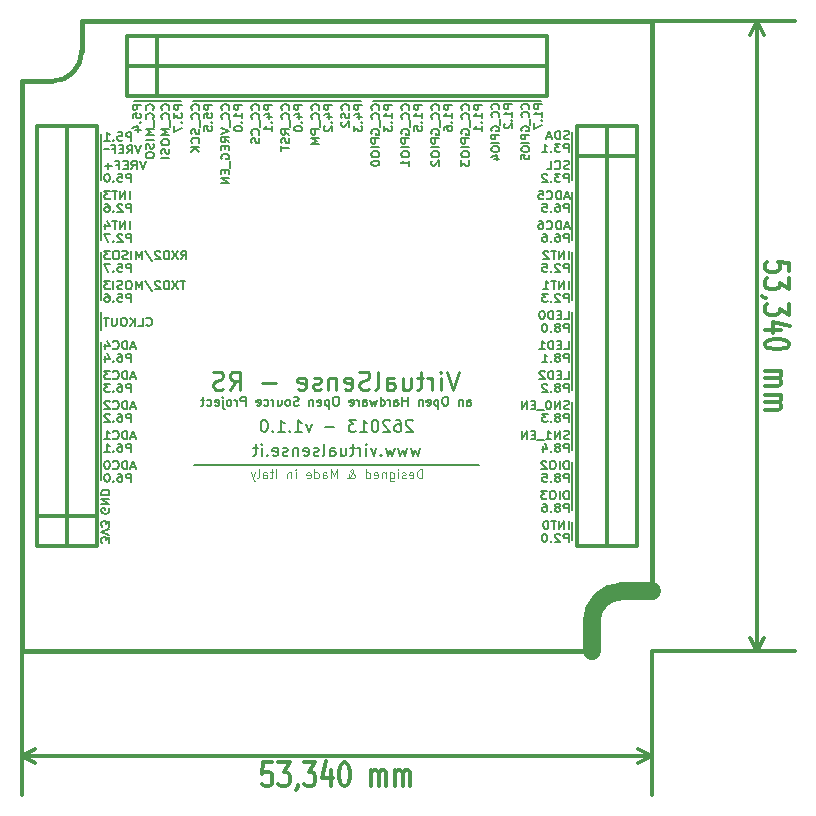
<source format=gbo>
G04 (created by PCBNEW (2013-mar-13)-testing) date Fri 28 Jun 2013 11:02:49 AM CEST*
%MOIN*%
G04 Gerber Fmt 3.4, Leading zero omitted, Abs format*
%FSLAX34Y34*%
G01*
G70*
G90*
G04 APERTURE LIST*
%ADD10C,0.005906*%
%ADD11C,0.015000*%
%ADD12C,0.012000*%
%ADD13C,0.005000*%
%ADD14C,0.006000*%
%ADD15C,0.059055*%
%ADD16C,0.011972*%
%ADD17C,0.009000*%
%ADD18C,0.003000*%
%ADD19C,0.007000*%
%ADD20C,0.008000*%
%ADD21C,0.116000*%
%ADD22C,0.156000*%
%ADD23C,0.075100*%
%ADD24R,0.075100X0.075100*%
G04 APERTURE END LIST*
G54D10*
G54D11*
X21000Y-19000D02*
X40000Y-19000D01*
X21000Y-19500D02*
X21000Y-19000D01*
X19000Y-21000D02*
X19500Y-21000D01*
X19000Y-40000D02*
X19000Y-21000D01*
X40000Y-19000D02*
X40000Y-38000D01*
X38000Y-40000D02*
X19000Y-40000D01*
X38000Y-39000D02*
X38000Y-40000D01*
X40000Y-38000D02*
X39000Y-38000D01*
X39000Y-38000D02*
G75*
G03X38000Y-39000I0J-1000D01*
G74*
G01*
X21000Y-19500D02*
X21000Y-20000D01*
X19500Y-21000D02*
X20000Y-21000D01*
X20000Y-21000D02*
G75*
G03X21000Y-20000I0J1000D01*
G74*
G01*
G54D12*
X27328Y-43700D02*
X27042Y-43700D01*
X27014Y-44081D01*
X27042Y-44043D01*
X27099Y-44005D01*
X27242Y-44005D01*
X27299Y-44043D01*
X27328Y-44081D01*
X27357Y-44158D01*
X27357Y-44348D01*
X27328Y-44424D01*
X27299Y-44462D01*
X27242Y-44500D01*
X27099Y-44500D01*
X27042Y-44462D01*
X27014Y-44424D01*
X27557Y-43700D02*
X27928Y-43700D01*
X27728Y-44005D01*
X27814Y-44005D01*
X27871Y-44043D01*
X27899Y-44081D01*
X27928Y-44158D01*
X27928Y-44348D01*
X27899Y-44424D01*
X27871Y-44462D01*
X27814Y-44500D01*
X27642Y-44500D01*
X27585Y-44462D01*
X27557Y-44424D01*
X28214Y-44462D02*
X28214Y-44500D01*
X28185Y-44577D01*
X28157Y-44615D01*
X28414Y-43700D02*
X28785Y-43700D01*
X28585Y-44005D01*
X28671Y-44005D01*
X28728Y-44043D01*
X28757Y-44081D01*
X28785Y-44158D01*
X28785Y-44348D01*
X28757Y-44424D01*
X28728Y-44462D01*
X28671Y-44500D01*
X28500Y-44500D01*
X28442Y-44462D01*
X28414Y-44424D01*
X29300Y-43967D02*
X29300Y-44500D01*
X29157Y-43662D02*
X29014Y-44234D01*
X29385Y-44234D01*
X29728Y-43700D02*
X29785Y-43700D01*
X29842Y-43739D01*
X29871Y-43777D01*
X29900Y-43853D01*
X29928Y-44005D01*
X29928Y-44196D01*
X29900Y-44348D01*
X29871Y-44424D01*
X29842Y-44462D01*
X29785Y-44500D01*
X29728Y-44500D01*
X29671Y-44462D01*
X29642Y-44424D01*
X29614Y-44348D01*
X29585Y-44196D01*
X29585Y-44005D01*
X29614Y-43853D01*
X29642Y-43777D01*
X29671Y-43739D01*
X29728Y-43700D01*
X30642Y-44500D02*
X30642Y-43967D01*
X30642Y-44043D02*
X30671Y-44005D01*
X30728Y-43967D01*
X30814Y-43967D01*
X30871Y-44005D01*
X30900Y-44081D01*
X30900Y-44500D01*
X30900Y-44081D02*
X30928Y-44005D01*
X30985Y-43967D01*
X31071Y-43967D01*
X31128Y-44005D01*
X31157Y-44081D01*
X31157Y-44500D01*
X31442Y-44500D02*
X31442Y-43967D01*
X31442Y-44043D02*
X31471Y-44005D01*
X31528Y-43967D01*
X31614Y-43967D01*
X31671Y-44005D01*
X31700Y-44081D01*
X31700Y-44500D01*
X31700Y-44081D02*
X31728Y-44005D01*
X31785Y-43967D01*
X31871Y-43967D01*
X31928Y-44005D01*
X31957Y-44081D01*
X31957Y-44500D01*
X19000Y-43499D02*
X40000Y-43499D01*
X19000Y-40000D02*
X19000Y-44779D01*
X40000Y-40000D02*
X40000Y-44779D01*
X40000Y-43499D02*
X39557Y-43729D01*
X40000Y-43499D02*
X39557Y-43269D01*
X19000Y-43499D02*
X19443Y-43729D01*
X19000Y-43499D02*
X19443Y-43269D01*
X44577Y-27328D02*
X44577Y-27042D01*
X44196Y-27014D01*
X44234Y-27042D01*
X44272Y-27099D01*
X44272Y-27242D01*
X44234Y-27299D01*
X44196Y-27328D01*
X44119Y-27357D01*
X43929Y-27357D01*
X43853Y-27328D01*
X43815Y-27299D01*
X43777Y-27242D01*
X43777Y-27099D01*
X43815Y-27042D01*
X43853Y-27014D01*
X44577Y-27557D02*
X44577Y-27928D01*
X44272Y-27728D01*
X44272Y-27814D01*
X44234Y-27871D01*
X44196Y-27899D01*
X44119Y-27928D01*
X43929Y-27928D01*
X43853Y-27899D01*
X43815Y-27871D01*
X43777Y-27814D01*
X43777Y-27642D01*
X43815Y-27585D01*
X43853Y-27557D01*
X43815Y-28214D02*
X43777Y-28214D01*
X43700Y-28185D01*
X43662Y-28157D01*
X44577Y-28414D02*
X44577Y-28785D01*
X44272Y-28585D01*
X44272Y-28671D01*
X44234Y-28728D01*
X44196Y-28757D01*
X44119Y-28785D01*
X43929Y-28785D01*
X43853Y-28757D01*
X43815Y-28728D01*
X43777Y-28671D01*
X43777Y-28500D01*
X43815Y-28442D01*
X43853Y-28414D01*
X44310Y-29300D02*
X43777Y-29300D01*
X44615Y-29157D02*
X44043Y-29014D01*
X44043Y-29385D01*
X44577Y-29728D02*
X44577Y-29785D01*
X44539Y-29842D01*
X44500Y-29871D01*
X44424Y-29900D01*
X44272Y-29928D01*
X44081Y-29928D01*
X43929Y-29900D01*
X43853Y-29871D01*
X43815Y-29842D01*
X43777Y-29785D01*
X43777Y-29728D01*
X43815Y-29671D01*
X43853Y-29642D01*
X43929Y-29614D01*
X44081Y-29585D01*
X44272Y-29585D01*
X44424Y-29614D01*
X44500Y-29642D01*
X44539Y-29671D01*
X44577Y-29728D01*
X43777Y-30642D02*
X44310Y-30642D01*
X44234Y-30642D02*
X44272Y-30671D01*
X44310Y-30728D01*
X44310Y-30814D01*
X44272Y-30871D01*
X44196Y-30900D01*
X43777Y-30900D01*
X44196Y-30900D02*
X44272Y-30928D01*
X44310Y-30985D01*
X44310Y-31071D01*
X44272Y-31128D01*
X44196Y-31157D01*
X43777Y-31157D01*
X43777Y-31442D02*
X44310Y-31442D01*
X44234Y-31442D02*
X44272Y-31471D01*
X44310Y-31528D01*
X44310Y-31614D01*
X44272Y-31671D01*
X44196Y-31700D01*
X43777Y-31700D01*
X44196Y-31700D02*
X44272Y-31728D01*
X44310Y-31785D01*
X44310Y-31871D01*
X44272Y-31928D01*
X44196Y-31957D01*
X43777Y-31957D01*
X43499Y-19000D02*
X43499Y-40000D01*
X40000Y-19000D02*
X44779Y-19000D01*
X40000Y-40000D02*
X44779Y-40000D01*
X43499Y-40000D02*
X43269Y-39557D01*
X43499Y-40000D02*
X43729Y-39557D01*
X43499Y-19000D02*
X43269Y-19443D01*
X43499Y-19000D02*
X43729Y-19443D01*
G54D13*
X37242Y-22909D02*
X37200Y-22922D01*
X37128Y-22922D01*
X37100Y-22909D01*
X37085Y-22896D01*
X37071Y-22870D01*
X37071Y-22845D01*
X37085Y-22819D01*
X37100Y-22806D01*
X37128Y-22793D01*
X37185Y-22780D01*
X37214Y-22767D01*
X37228Y-22755D01*
X37242Y-22729D01*
X37242Y-22703D01*
X37228Y-22677D01*
X37214Y-22665D01*
X37185Y-22652D01*
X37114Y-22652D01*
X37071Y-22665D01*
X36942Y-22922D02*
X36942Y-22652D01*
X36871Y-22652D01*
X36828Y-22665D01*
X36800Y-22690D01*
X36785Y-22716D01*
X36771Y-22767D01*
X36771Y-22806D01*
X36785Y-22857D01*
X36800Y-22883D01*
X36828Y-22909D01*
X36871Y-22922D01*
X36942Y-22922D01*
X36657Y-22845D02*
X36514Y-22845D01*
X36685Y-22922D02*
X36585Y-22652D01*
X36485Y-22922D01*
X37228Y-23350D02*
X37228Y-23080D01*
X37114Y-23080D01*
X37085Y-23093D01*
X37071Y-23105D01*
X37057Y-23131D01*
X37057Y-23170D01*
X37071Y-23195D01*
X37085Y-23208D01*
X37114Y-23221D01*
X37228Y-23221D01*
X36957Y-23080D02*
X36771Y-23080D01*
X36871Y-23183D01*
X36828Y-23183D01*
X36800Y-23195D01*
X36785Y-23208D01*
X36771Y-23234D01*
X36771Y-23298D01*
X36785Y-23324D01*
X36800Y-23337D01*
X36828Y-23350D01*
X36914Y-23350D01*
X36942Y-23337D01*
X36957Y-23324D01*
X36642Y-23324D02*
X36628Y-23337D01*
X36642Y-23350D01*
X36657Y-23337D01*
X36642Y-23324D01*
X36642Y-23350D01*
X36342Y-23350D02*
X36514Y-23350D01*
X36428Y-23350D02*
X36428Y-23080D01*
X36457Y-23118D01*
X36485Y-23144D01*
X36514Y-23157D01*
X35896Y-21918D02*
X35909Y-21905D01*
X35922Y-21867D01*
X35922Y-21841D01*
X35909Y-21802D01*
X35883Y-21777D01*
X35857Y-21764D01*
X35806Y-21751D01*
X35767Y-21751D01*
X35716Y-21764D01*
X35690Y-21777D01*
X35665Y-21802D01*
X35652Y-21841D01*
X35652Y-21867D01*
X35665Y-21905D01*
X35677Y-21918D01*
X35896Y-22188D02*
X35909Y-22175D01*
X35922Y-22137D01*
X35922Y-22111D01*
X35909Y-22072D01*
X35883Y-22047D01*
X35857Y-22034D01*
X35806Y-22021D01*
X35767Y-22021D01*
X35716Y-22034D01*
X35690Y-22047D01*
X35665Y-22072D01*
X35652Y-22111D01*
X35652Y-22137D01*
X35665Y-22175D01*
X35677Y-22188D01*
X35947Y-22240D02*
X35947Y-22445D01*
X35665Y-22651D02*
X35652Y-22625D01*
X35652Y-22587D01*
X35665Y-22548D01*
X35690Y-22522D01*
X35716Y-22510D01*
X35767Y-22497D01*
X35806Y-22497D01*
X35857Y-22510D01*
X35883Y-22522D01*
X35909Y-22548D01*
X35922Y-22587D01*
X35922Y-22612D01*
X35909Y-22651D01*
X35896Y-22664D01*
X35806Y-22664D01*
X35806Y-22612D01*
X35922Y-22780D02*
X35652Y-22780D01*
X35652Y-22882D01*
X35665Y-22908D01*
X35677Y-22921D01*
X35703Y-22934D01*
X35742Y-22934D01*
X35767Y-22921D01*
X35780Y-22908D01*
X35793Y-22882D01*
X35793Y-22780D01*
X35922Y-23050D02*
X35652Y-23050D01*
X35652Y-23229D02*
X35652Y-23281D01*
X35665Y-23307D01*
X35690Y-23332D01*
X35742Y-23345D01*
X35832Y-23345D01*
X35883Y-23332D01*
X35909Y-23307D01*
X35922Y-23281D01*
X35922Y-23229D01*
X35909Y-23204D01*
X35883Y-23178D01*
X35832Y-23165D01*
X35742Y-23165D01*
X35690Y-23178D01*
X35665Y-23204D01*
X35652Y-23229D01*
X35652Y-23589D02*
X35652Y-23461D01*
X35780Y-23448D01*
X35767Y-23461D01*
X35755Y-23487D01*
X35755Y-23551D01*
X35767Y-23577D01*
X35780Y-23589D01*
X35806Y-23602D01*
X35870Y-23602D01*
X35896Y-23589D01*
X35909Y-23577D01*
X35922Y-23551D01*
X35922Y-23487D01*
X35909Y-23461D01*
X35896Y-23448D01*
X36350Y-21764D02*
X36080Y-21764D01*
X36080Y-21867D01*
X36093Y-21892D01*
X36105Y-21905D01*
X36131Y-21918D01*
X36170Y-21918D01*
X36195Y-21905D01*
X36208Y-21892D01*
X36221Y-21867D01*
X36221Y-21764D01*
X36350Y-22175D02*
X36350Y-22021D01*
X36350Y-22098D02*
X36080Y-22098D01*
X36118Y-22072D01*
X36144Y-22047D01*
X36157Y-22021D01*
X36324Y-22291D02*
X36337Y-22304D01*
X36350Y-22291D01*
X36337Y-22278D01*
X36324Y-22291D01*
X36350Y-22291D01*
X36080Y-22394D02*
X36080Y-22574D01*
X36350Y-22458D01*
X37242Y-23909D02*
X37200Y-23922D01*
X37128Y-23922D01*
X37100Y-23909D01*
X37085Y-23896D01*
X37071Y-23870D01*
X37071Y-23845D01*
X37085Y-23819D01*
X37100Y-23806D01*
X37128Y-23793D01*
X37185Y-23780D01*
X37214Y-23767D01*
X37228Y-23755D01*
X37242Y-23729D01*
X37242Y-23703D01*
X37228Y-23677D01*
X37214Y-23665D01*
X37185Y-23652D01*
X37114Y-23652D01*
X37071Y-23665D01*
X36771Y-23896D02*
X36785Y-23909D01*
X36828Y-23922D01*
X36857Y-23922D01*
X36900Y-23909D01*
X36928Y-23883D01*
X36942Y-23857D01*
X36957Y-23806D01*
X36957Y-23767D01*
X36942Y-23716D01*
X36928Y-23690D01*
X36900Y-23665D01*
X36857Y-23652D01*
X36828Y-23652D01*
X36785Y-23665D01*
X36771Y-23677D01*
X36500Y-23922D02*
X36642Y-23922D01*
X36642Y-23652D01*
X37228Y-24350D02*
X37228Y-24080D01*
X37114Y-24080D01*
X37085Y-24093D01*
X37071Y-24105D01*
X37057Y-24131D01*
X37057Y-24170D01*
X37071Y-24195D01*
X37085Y-24208D01*
X37114Y-24221D01*
X37228Y-24221D01*
X36957Y-24080D02*
X36771Y-24080D01*
X36871Y-24183D01*
X36828Y-24183D01*
X36800Y-24195D01*
X36785Y-24208D01*
X36771Y-24234D01*
X36771Y-24298D01*
X36785Y-24324D01*
X36800Y-24337D01*
X36828Y-24350D01*
X36914Y-24350D01*
X36942Y-24337D01*
X36957Y-24324D01*
X36642Y-24324D02*
X36628Y-24337D01*
X36642Y-24350D01*
X36657Y-24337D01*
X36642Y-24324D01*
X36642Y-24350D01*
X36514Y-24105D02*
X36500Y-24093D01*
X36471Y-24080D01*
X36400Y-24080D01*
X36371Y-24093D01*
X36357Y-24105D01*
X36342Y-24131D01*
X36342Y-24157D01*
X36357Y-24195D01*
X36528Y-24350D01*
X36342Y-24350D01*
X37242Y-24845D02*
X37100Y-24845D01*
X37271Y-24922D02*
X37171Y-24652D01*
X37071Y-24922D01*
X36971Y-24922D02*
X36971Y-24652D01*
X36900Y-24652D01*
X36857Y-24665D01*
X36828Y-24690D01*
X36814Y-24716D01*
X36800Y-24767D01*
X36800Y-24806D01*
X36814Y-24857D01*
X36828Y-24883D01*
X36857Y-24909D01*
X36900Y-24922D01*
X36971Y-24922D01*
X36500Y-24896D02*
X36514Y-24909D01*
X36557Y-24922D01*
X36585Y-24922D01*
X36628Y-24909D01*
X36657Y-24883D01*
X36671Y-24857D01*
X36685Y-24806D01*
X36685Y-24767D01*
X36671Y-24716D01*
X36657Y-24690D01*
X36628Y-24665D01*
X36585Y-24652D01*
X36557Y-24652D01*
X36514Y-24665D01*
X36500Y-24677D01*
X36228Y-24652D02*
X36371Y-24652D01*
X36385Y-24780D01*
X36371Y-24767D01*
X36342Y-24755D01*
X36271Y-24755D01*
X36242Y-24767D01*
X36228Y-24780D01*
X36214Y-24806D01*
X36214Y-24870D01*
X36228Y-24896D01*
X36242Y-24909D01*
X36271Y-24922D01*
X36342Y-24922D01*
X36371Y-24909D01*
X36385Y-24896D01*
X37228Y-25350D02*
X37228Y-25080D01*
X37114Y-25080D01*
X37085Y-25093D01*
X37071Y-25105D01*
X37057Y-25131D01*
X37057Y-25170D01*
X37071Y-25195D01*
X37085Y-25208D01*
X37114Y-25221D01*
X37228Y-25221D01*
X36800Y-25080D02*
X36857Y-25080D01*
X36885Y-25093D01*
X36900Y-25105D01*
X36928Y-25144D01*
X36942Y-25195D01*
X36942Y-25298D01*
X36928Y-25324D01*
X36914Y-25337D01*
X36885Y-25350D01*
X36828Y-25350D01*
X36800Y-25337D01*
X36785Y-25324D01*
X36771Y-25298D01*
X36771Y-25234D01*
X36785Y-25208D01*
X36800Y-25195D01*
X36828Y-25183D01*
X36885Y-25183D01*
X36914Y-25195D01*
X36928Y-25208D01*
X36942Y-25234D01*
X36642Y-25324D02*
X36628Y-25337D01*
X36642Y-25350D01*
X36657Y-25337D01*
X36642Y-25324D01*
X36642Y-25350D01*
X36357Y-25080D02*
X36500Y-25080D01*
X36514Y-25208D01*
X36500Y-25195D01*
X36471Y-25183D01*
X36400Y-25183D01*
X36371Y-25195D01*
X36357Y-25208D01*
X36342Y-25234D01*
X36342Y-25298D01*
X36357Y-25324D01*
X36371Y-25337D01*
X36400Y-25350D01*
X36471Y-25350D01*
X36500Y-25337D01*
X36514Y-25324D01*
X37228Y-26922D02*
X37228Y-26652D01*
X37085Y-26922D02*
X37085Y-26652D01*
X36914Y-26922D01*
X36914Y-26652D01*
X36814Y-26652D02*
X36642Y-26652D01*
X36728Y-26922D02*
X36728Y-26652D01*
X36557Y-26677D02*
X36542Y-26665D01*
X36514Y-26652D01*
X36442Y-26652D01*
X36414Y-26665D01*
X36400Y-26677D01*
X36385Y-26703D01*
X36385Y-26729D01*
X36400Y-26767D01*
X36571Y-26922D01*
X36385Y-26922D01*
X37228Y-27350D02*
X37228Y-27080D01*
X37114Y-27080D01*
X37085Y-27093D01*
X37071Y-27105D01*
X37057Y-27131D01*
X37057Y-27170D01*
X37071Y-27195D01*
X37085Y-27208D01*
X37114Y-27221D01*
X37228Y-27221D01*
X36942Y-27105D02*
X36928Y-27093D01*
X36900Y-27080D01*
X36828Y-27080D01*
X36800Y-27093D01*
X36785Y-27105D01*
X36771Y-27131D01*
X36771Y-27157D01*
X36785Y-27195D01*
X36957Y-27350D01*
X36771Y-27350D01*
X36642Y-27324D02*
X36628Y-27337D01*
X36642Y-27350D01*
X36657Y-27337D01*
X36642Y-27324D01*
X36642Y-27350D01*
X36357Y-27080D02*
X36500Y-27080D01*
X36514Y-27208D01*
X36500Y-27195D01*
X36471Y-27183D01*
X36400Y-27183D01*
X36371Y-27195D01*
X36357Y-27208D01*
X36342Y-27234D01*
X36342Y-27298D01*
X36357Y-27324D01*
X36371Y-27337D01*
X36400Y-27350D01*
X36471Y-27350D01*
X36500Y-27337D01*
X36514Y-27324D01*
X37228Y-27922D02*
X37228Y-27652D01*
X37085Y-27922D02*
X37085Y-27652D01*
X36914Y-27922D01*
X36914Y-27652D01*
X36814Y-27652D02*
X36642Y-27652D01*
X36728Y-27922D02*
X36728Y-27652D01*
X36385Y-27922D02*
X36557Y-27922D01*
X36471Y-27922D02*
X36471Y-27652D01*
X36500Y-27690D01*
X36528Y-27716D01*
X36557Y-27729D01*
X37228Y-28350D02*
X37228Y-28080D01*
X37114Y-28080D01*
X37085Y-28093D01*
X37071Y-28105D01*
X37057Y-28131D01*
X37057Y-28170D01*
X37071Y-28195D01*
X37085Y-28208D01*
X37114Y-28221D01*
X37228Y-28221D01*
X36942Y-28105D02*
X36928Y-28093D01*
X36900Y-28080D01*
X36828Y-28080D01*
X36800Y-28093D01*
X36785Y-28105D01*
X36771Y-28131D01*
X36771Y-28157D01*
X36785Y-28195D01*
X36957Y-28350D01*
X36771Y-28350D01*
X36642Y-28324D02*
X36628Y-28337D01*
X36642Y-28350D01*
X36657Y-28337D01*
X36642Y-28324D01*
X36642Y-28350D01*
X36528Y-28080D02*
X36342Y-28080D01*
X36442Y-28183D01*
X36400Y-28183D01*
X36371Y-28195D01*
X36357Y-28208D01*
X36342Y-28234D01*
X36342Y-28298D01*
X36357Y-28324D01*
X36371Y-28337D01*
X36400Y-28350D01*
X36485Y-28350D01*
X36514Y-28337D01*
X36528Y-28324D01*
X37085Y-28922D02*
X37228Y-28922D01*
X37228Y-28652D01*
X36985Y-28780D02*
X36885Y-28780D01*
X36842Y-28922D02*
X36985Y-28922D01*
X36985Y-28652D01*
X36842Y-28652D01*
X36714Y-28922D02*
X36714Y-28652D01*
X36642Y-28652D01*
X36600Y-28665D01*
X36571Y-28690D01*
X36557Y-28716D01*
X36542Y-28767D01*
X36542Y-28806D01*
X36557Y-28857D01*
X36571Y-28883D01*
X36600Y-28909D01*
X36642Y-28922D01*
X36714Y-28922D01*
X36357Y-28652D02*
X36328Y-28652D01*
X36300Y-28665D01*
X36285Y-28677D01*
X36271Y-28703D01*
X36257Y-28755D01*
X36257Y-28819D01*
X36271Y-28870D01*
X36285Y-28896D01*
X36300Y-28909D01*
X36328Y-28922D01*
X36357Y-28922D01*
X36385Y-28909D01*
X36400Y-28896D01*
X36414Y-28870D01*
X36428Y-28819D01*
X36428Y-28755D01*
X36414Y-28703D01*
X36400Y-28677D01*
X36385Y-28665D01*
X36357Y-28652D01*
X37228Y-29350D02*
X37228Y-29080D01*
X37114Y-29080D01*
X37085Y-29093D01*
X37071Y-29105D01*
X37057Y-29131D01*
X37057Y-29170D01*
X37071Y-29195D01*
X37085Y-29208D01*
X37114Y-29221D01*
X37228Y-29221D01*
X36885Y-29195D02*
X36914Y-29183D01*
X36928Y-29170D01*
X36942Y-29144D01*
X36942Y-29131D01*
X36928Y-29105D01*
X36914Y-29093D01*
X36885Y-29080D01*
X36828Y-29080D01*
X36800Y-29093D01*
X36785Y-29105D01*
X36771Y-29131D01*
X36771Y-29144D01*
X36785Y-29170D01*
X36800Y-29183D01*
X36828Y-29195D01*
X36885Y-29195D01*
X36914Y-29208D01*
X36928Y-29221D01*
X36942Y-29247D01*
X36942Y-29298D01*
X36928Y-29324D01*
X36914Y-29337D01*
X36885Y-29350D01*
X36828Y-29350D01*
X36800Y-29337D01*
X36785Y-29324D01*
X36771Y-29298D01*
X36771Y-29247D01*
X36785Y-29221D01*
X36800Y-29208D01*
X36828Y-29195D01*
X36642Y-29324D02*
X36628Y-29337D01*
X36642Y-29350D01*
X36657Y-29337D01*
X36642Y-29324D01*
X36642Y-29350D01*
X36442Y-29080D02*
X36414Y-29080D01*
X36385Y-29093D01*
X36371Y-29105D01*
X36357Y-29131D01*
X36342Y-29183D01*
X36342Y-29247D01*
X36357Y-29298D01*
X36371Y-29324D01*
X36385Y-29337D01*
X36414Y-29350D01*
X36442Y-29350D01*
X36471Y-29337D01*
X36485Y-29324D01*
X36500Y-29298D01*
X36514Y-29247D01*
X36514Y-29183D01*
X36500Y-29131D01*
X36485Y-29105D01*
X36471Y-29093D01*
X36442Y-29080D01*
X37085Y-29922D02*
X37228Y-29922D01*
X37228Y-29652D01*
X36985Y-29780D02*
X36885Y-29780D01*
X36842Y-29922D02*
X36985Y-29922D01*
X36985Y-29652D01*
X36842Y-29652D01*
X36714Y-29922D02*
X36714Y-29652D01*
X36642Y-29652D01*
X36600Y-29665D01*
X36571Y-29690D01*
X36557Y-29716D01*
X36542Y-29767D01*
X36542Y-29806D01*
X36557Y-29857D01*
X36571Y-29883D01*
X36600Y-29909D01*
X36642Y-29922D01*
X36714Y-29922D01*
X36257Y-29922D02*
X36428Y-29922D01*
X36342Y-29922D02*
X36342Y-29652D01*
X36371Y-29690D01*
X36400Y-29716D01*
X36428Y-29729D01*
X37228Y-30350D02*
X37228Y-30080D01*
X37114Y-30080D01*
X37085Y-30093D01*
X37071Y-30105D01*
X37057Y-30131D01*
X37057Y-30170D01*
X37071Y-30195D01*
X37085Y-30208D01*
X37114Y-30221D01*
X37228Y-30221D01*
X36885Y-30195D02*
X36914Y-30183D01*
X36928Y-30170D01*
X36942Y-30144D01*
X36942Y-30131D01*
X36928Y-30105D01*
X36914Y-30093D01*
X36885Y-30080D01*
X36828Y-30080D01*
X36800Y-30093D01*
X36785Y-30105D01*
X36771Y-30131D01*
X36771Y-30144D01*
X36785Y-30170D01*
X36800Y-30183D01*
X36828Y-30195D01*
X36885Y-30195D01*
X36914Y-30208D01*
X36928Y-30221D01*
X36942Y-30247D01*
X36942Y-30298D01*
X36928Y-30324D01*
X36914Y-30337D01*
X36885Y-30350D01*
X36828Y-30350D01*
X36800Y-30337D01*
X36785Y-30324D01*
X36771Y-30298D01*
X36771Y-30247D01*
X36785Y-30221D01*
X36800Y-30208D01*
X36828Y-30195D01*
X36642Y-30324D02*
X36628Y-30337D01*
X36642Y-30350D01*
X36657Y-30337D01*
X36642Y-30324D01*
X36642Y-30350D01*
X36342Y-30350D02*
X36514Y-30350D01*
X36428Y-30350D02*
X36428Y-30080D01*
X36457Y-30118D01*
X36485Y-30144D01*
X36514Y-30157D01*
X37085Y-30922D02*
X37228Y-30922D01*
X37228Y-30652D01*
X36985Y-30780D02*
X36885Y-30780D01*
X36842Y-30922D02*
X36985Y-30922D01*
X36985Y-30652D01*
X36842Y-30652D01*
X36714Y-30922D02*
X36714Y-30652D01*
X36642Y-30652D01*
X36600Y-30665D01*
X36571Y-30690D01*
X36557Y-30716D01*
X36542Y-30767D01*
X36542Y-30806D01*
X36557Y-30857D01*
X36571Y-30883D01*
X36600Y-30909D01*
X36642Y-30922D01*
X36714Y-30922D01*
X36428Y-30677D02*
X36414Y-30665D01*
X36385Y-30652D01*
X36314Y-30652D01*
X36285Y-30665D01*
X36271Y-30677D01*
X36257Y-30703D01*
X36257Y-30729D01*
X36271Y-30767D01*
X36442Y-30922D01*
X36257Y-30922D01*
X37228Y-31350D02*
X37228Y-31080D01*
X37114Y-31080D01*
X37085Y-31093D01*
X37071Y-31105D01*
X37057Y-31131D01*
X37057Y-31170D01*
X37071Y-31195D01*
X37085Y-31208D01*
X37114Y-31221D01*
X37228Y-31221D01*
X36885Y-31195D02*
X36914Y-31183D01*
X36928Y-31170D01*
X36942Y-31144D01*
X36942Y-31131D01*
X36928Y-31105D01*
X36914Y-31093D01*
X36885Y-31080D01*
X36828Y-31080D01*
X36800Y-31093D01*
X36785Y-31105D01*
X36771Y-31131D01*
X36771Y-31144D01*
X36785Y-31170D01*
X36800Y-31183D01*
X36828Y-31195D01*
X36885Y-31195D01*
X36914Y-31208D01*
X36928Y-31221D01*
X36942Y-31247D01*
X36942Y-31298D01*
X36928Y-31324D01*
X36914Y-31337D01*
X36885Y-31350D01*
X36828Y-31350D01*
X36800Y-31337D01*
X36785Y-31324D01*
X36771Y-31298D01*
X36771Y-31247D01*
X36785Y-31221D01*
X36800Y-31208D01*
X36828Y-31195D01*
X36642Y-31324D02*
X36628Y-31337D01*
X36642Y-31350D01*
X36657Y-31337D01*
X36642Y-31324D01*
X36642Y-31350D01*
X36514Y-31105D02*
X36500Y-31093D01*
X36471Y-31080D01*
X36400Y-31080D01*
X36371Y-31093D01*
X36357Y-31105D01*
X36342Y-31131D01*
X36342Y-31157D01*
X36357Y-31195D01*
X36528Y-31350D01*
X36342Y-31350D01*
X37242Y-31909D02*
X37200Y-31922D01*
X37128Y-31922D01*
X37100Y-31909D01*
X37085Y-31896D01*
X37071Y-31870D01*
X37071Y-31845D01*
X37085Y-31819D01*
X37100Y-31806D01*
X37128Y-31793D01*
X37185Y-31780D01*
X37214Y-31767D01*
X37228Y-31755D01*
X37242Y-31729D01*
X37242Y-31703D01*
X37228Y-31677D01*
X37214Y-31665D01*
X37185Y-31652D01*
X37114Y-31652D01*
X37071Y-31665D01*
X36942Y-31922D02*
X36942Y-31652D01*
X36771Y-31922D01*
X36771Y-31652D01*
X36571Y-31652D02*
X36542Y-31652D01*
X36514Y-31665D01*
X36500Y-31677D01*
X36485Y-31703D01*
X36471Y-31755D01*
X36471Y-31819D01*
X36485Y-31870D01*
X36500Y-31896D01*
X36514Y-31909D01*
X36542Y-31922D01*
X36571Y-31922D01*
X36600Y-31909D01*
X36614Y-31896D01*
X36628Y-31870D01*
X36642Y-31819D01*
X36642Y-31755D01*
X36628Y-31703D01*
X36614Y-31677D01*
X36600Y-31665D01*
X36571Y-31652D01*
X36414Y-31947D02*
X36185Y-31947D01*
X36114Y-31780D02*
X36014Y-31780D01*
X35971Y-31922D02*
X36114Y-31922D01*
X36114Y-31652D01*
X35971Y-31652D01*
X35842Y-31922D02*
X35842Y-31652D01*
X35671Y-31922D01*
X35671Y-31652D01*
X37228Y-32350D02*
X37228Y-32080D01*
X37114Y-32080D01*
X37085Y-32093D01*
X37071Y-32105D01*
X37057Y-32131D01*
X37057Y-32170D01*
X37071Y-32195D01*
X37085Y-32208D01*
X37114Y-32221D01*
X37228Y-32221D01*
X36885Y-32195D02*
X36914Y-32183D01*
X36928Y-32170D01*
X36942Y-32144D01*
X36942Y-32131D01*
X36928Y-32105D01*
X36914Y-32093D01*
X36885Y-32080D01*
X36828Y-32080D01*
X36800Y-32093D01*
X36785Y-32105D01*
X36771Y-32131D01*
X36771Y-32144D01*
X36785Y-32170D01*
X36800Y-32183D01*
X36828Y-32195D01*
X36885Y-32195D01*
X36914Y-32208D01*
X36928Y-32221D01*
X36942Y-32247D01*
X36942Y-32298D01*
X36928Y-32324D01*
X36914Y-32337D01*
X36885Y-32350D01*
X36828Y-32350D01*
X36800Y-32337D01*
X36785Y-32324D01*
X36771Y-32298D01*
X36771Y-32247D01*
X36785Y-32221D01*
X36800Y-32208D01*
X36828Y-32195D01*
X36642Y-32324D02*
X36628Y-32337D01*
X36642Y-32350D01*
X36657Y-32337D01*
X36642Y-32324D01*
X36642Y-32350D01*
X36528Y-32080D02*
X36342Y-32080D01*
X36442Y-32183D01*
X36400Y-32183D01*
X36371Y-32195D01*
X36357Y-32208D01*
X36342Y-32234D01*
X36342Y-32298D01*
X36357Y-32324D01*
X36371Y-32337D01*
X36400Y-32350D01*
X36485Y-32350D01*
X36514Y-32337D01*
X36528Y-32324D01*
X37242Y-32909D02*
X37200Y-32922D01*
X37128Y-32922D01*
X37100Y-32909D01*
X37085Y-32896D01*
X37071Y-32870D01*
X37071Y-32845D01*
X37085Y-32819D01*
X37100Y-32806D01*
X37128Y-32793D01*
X37185Y-32780D01*
X37214Y-32767D01*
X37228Y-32755D01*
X37242Y-32729D01*
X37242Y-32703D01*
X37228Y-32677D01*
X37214Y-32665D01*
X37185Y-32652D01*
X37114Y-32652D01*
X37071Y-32665D01*
X36942Y-32922D02*
X36942Y-32652D01*
X36771Y-32922D01*
X36771Y-32652D01*
X36471Y-32922D02*
X36642Y-32922D01*
X36557Y-32922D02*
X36557Y-32652D01*
X36585Y-32690D01*
X36614Y-32716D01*
X36642Y-32729D01*
X36414Y-32947D02*
X36185Y-32947D01*
X36114Y-32780D02*
X36014Y-32780D01*
X35971Y-32922D02*
X36114Y-32922D01*
X36114Y-32652D01*
X35971Y-32652D01*
X35842Y-32922D02*
X35842Y-32652D01*
X35671Y-32922D01*
X35671Y-32652D01*
X37228Y-33350D02*
X37228Y-33080D01*
X37114Y-33080D01*
X37085Y-33093D01*
X37071Y-33105D01*
X37057Y-33131D01*
X37057Y-33170D01*
X37071Y-33195D01*
X37085Y-33208D01*
X37114Y-33221D01*
X37228Y-33221D01*
X36885Y-33195D02*
X36914Y-33183D01*
X36928Y-33170D01*
X36942Y-33144D01*
X36942Y-33131D01*
X36928Y-33105D01*
X36914Y-33093D01*
X36885Y-33080D01*
X36828Y-33080D01*
X36800Y-33093D01*
X36785Y-33105D01*
X36771Y-33131D01*
X36771Y-33144D01*
X36785Y-33170D01*
X36800Y-33183D01*
X36828Y-33195D01*
X36885Y-33195D01*
X36914Y-33208D01*
X36928Y-33221D01*
X36942Y-33247D01*
X36942Y-33298D01*
X36928Y-33324D01*
X36914Y-33337D01*
X36885Y-33350D01*
X36828Y-33350D01*
X36800Y-33337D01*
X36785Y-33324D01*
X36771Y-33298D01*
X36771Y-33247D01*
X36785Y-33221D01*
X36800Y-33208D01*
X36828Y-33195D01*
X36642Y-33324D02*
X36628Y-33337D01*
X36642Y-33350D01*
X36657Y-33337D01*
X36642Y-33324D01*
X36642Y-33350D01*
X36371Y-33170D02*
X36371Y-33350D01*
X36442Y-33067D02*
X36514Y-33260D01*
X36328Y-33260D01*
X37228Y-33922D02*
X37228Y-33652D01*
X37157Y-33652D01*
X37114Y-33665D01*
X37085Y-33690D01*
X37071Y-33716D01*
X37057Y-33767D01*
X37057Y-33806D01*
X37071Y-33857D01*
X37085Y-33883D01*
X37114Y-33909D01*
X37157Y-33922D01*
X37228Y-33922D01*
X36928Y-33922D02*
X36928Y-33652D01*
X36728Y-33652D02*
X36671Y-33652D01*
X36642Y-33665D01*
X36614Y-33690D01*
X36600Y-33742D01*
X36600Y-33832D01*
X36614Y-33883D01*
X36642Y-33909D01*
X36671Y-33922D01*
X36728Y-33922D01*
X36757Y-33909D01*
X36785Y-33883D01*
X36800Y-33832D01*
X36800Y-33742D01*
X36785Y-33690D01*
X36757Y-33665D01*
X36728Y-33652D01*
X36485Y-33677D02*
X36471Y-33665D01*
X36442Y-33652D01*
X36371Y-33652D01*
X36342Y-33665D01*
X36328Y-33677D01*
X36314Y-33703D01*
X36314Y-33729D01*
X36328Y-33767D01*
X36500Y-33922D01*
X36314Y-33922D01*
X37228Y-34350D02*
X37228Y-34080D01*
X37114Y-34080D01*
X37085Y-34093D01*
X37071Y-34105D01*
X37057Y-34131D01*
X37057Y-34170D01*
X37071Y-34195D01*
X37085Y-34208D01*
X37114Y-34221D01*
X37228Y-34221D01*
X36885Y-34195D02*
X36914Y-34183D01*
X36928Y-34170D01*
X36942Y-34144D01*
X36942Y-34131D01*
X36928Y-34105D01*
X36914Y-34093D01*
X36885Y-34080D01*
X36828Y-34080D01*
X36800Y-34093D01*
X36785Y-34105D01*
X36771Y-34131D01*
X36771Y-34144D01*
X36785Y-34170D01*
X36800Y-34183D01*
X36828Y-34195D01*
X36885Y-34195D01*
X36914Y-34208D01*
X36928Y-34221D01*
X36942Y-34247D01*
X36942Y-34298D01*
X36928Y-34324D01*
X36914Y-34337D01*
X36885Y-34350D01*
X36828Y-34350D01*
X36800Y-34337D01*
X36785Y-34324D01*
X36771Y-34298D01*
X36771Y-34247D01*
X36785Y-34221D01*
X36800Y-34208D01*
X36828Y-34195D01*
X36642Y-34324D02*
X36628Y-34337D01*
X36642Y-34350D01*
X36657Y-34337D01*
X36642Y-34324D01*
X36642Y-34350D01*
X36357Y-34080D02*
X36500Y-34080D01*
X36514Y-34208D01*
X36500Y-34195D01*
X36471Y-34183D01*
X36400Y-34183D01*
X36371Y-34195D01*
X36357Y-34208D01*
X36342Y-34234D01*
X36342Y-34298D01*
X36357Y-34324D01*
X36371Y-34337D01*
X36400Y-34350D01*
X36471Y-34350D01*
X36500Y-34337D01*
X36514Y-34324D01*
X37228Y-34922D02*
X37228Y-34652D01*
X37157Y-34652D01*
X37114Y-34665D01*
X37085Y-34690D01*
X37071Y-34716D01*
X37057Y-34767D01*
X37057Y-34806D01*
X37071Y-34857D01*
X37085Y-34883D01*
X37114Y-34909D01*
X37157Y-34922D01*
X37228Y-34922D01*
X36928Y-34922D02*
X36928Y-34652D01*
X36728Y-34652D02*
X36671Y-34652D01*
X36642Y-34665D01*
X36614Y-34690D01*
X36600Y-34742D01*
X36600Y-34832D01*
X36614Y-34883D01*
X36642Y-34909D01*
X36671Y-34922D01*
X36728Y-34922D01*
X36757Y-34909D01*
X36785Y-34883D01*
X36800Y-34832D01*
X36800Y-34742D01*
X36785Y-34690D01*
X36757Y-34665D01*
X36728Y-34652D01*
X36500Y-34652D02*
X36314Y-34652D01*
X36414Y-34755D01*
X36371Y-34755D01*
X36342Y-34767D01*
X36328Y-34780D01*
X36314Y-34806D01*
X36314Y-34870D01*
X36328Y-34896D01*
X36342Y-34909D01*
X36371Y-34922D01*
X36457Y-34922D01*
X36485Y-34909D01*
X36500Y-34896D01*
X37228Y-35350D02*
X37228Y-35080D01*
X37114Y-35080D01*
X37085Y-35093D01*
X37071Y-35105D01*
X37057Y-35131D01*
X37057Y-35170D01*
X37071Y-35195D01*
X37085Y-35208D01*
X37114Y-35221D01*
X37228Y-35221D01*
X36885Y-35195D02*
X36914Y-35183D01*
X36928Y-35170D01*
X36942Y-35144D01*
X36942Y-35131D01*
X36928Y-35105D01*
X36914Y-35093D01*
X36885Y-35080D01*
X36828Y-35080D01*
X36800Y-35093D01*
X36785Y-35105D01*
X36771Y-35131D01*
X36771Y-35144D01*
X36785Y-35170D01*
X36800Y-35183D01*
X36828Y-35195D01*
X36885Y-35195D01*
X36914Y-35208D01*
X36928Y-35221D01*
X36942Y-35247D01*
X36942Y-35298D01*
X36928Y-35324D01*
X36914Y-35337D01*
X36885Y-35350D01*
X36828Y-35350D01*
X36800Y-35337D01*
X36785Y-35324D01*
X36771Y-35298D01*
X36771Y-35247D01*
X36785Y-35221D01*
X36800Y-35208D01*
X36828Y-35195D01*
X36642Y-35324D02*
X36628Y-35337D01*
X36642Y-35350D01*
X36657Y-35337D01*
X36642Y-35324D01*
X36642Y-35350D01*
X36371Y-35080D02*
X36428Y-35080D01*
X36457Y-35093D01*
X36471Y-35105D01*
X36500Y-35144D01*
X36514Y-35195D01*
X36514Y-35298D01*
X36500Y-35324D01*
X36485Y-35337D01*
X36457Y-35350D01*
X36400Y-35350D01*
X36371Y-35337D01*
X36357Y-35324D01*
X36342Y-35298D01*
X36342Y-35234D01*
X36357Y-35208D01*
X36371Y-35195D01*
X36400Y-35183D01*
X36457Y-35183D01*
X36485Y-35195D01*
X36500Y-35208D01*
X36514Y-35234D01*
X37228Y-35922D02*
X37228Y-35652D01*
X37085Y-35922D02*
X37085Y-35652D01*
X36914Y-35922D01*
X36914Y-35652D01*
X36814Y-35652D02*
X36642Y-35652D01*
X36728Y-35922D02*
X36728Y-35652D01*
X36485Y-35652D02*
X36457Y-35652D01*
X36428Y-35665D01*
X36414Y-35677D01*
X36400Y-35703D01*
X36385Y-35755D01*
X36385Y-35819D01*
X36400Y-35870D01*
X36414Y-35896D01*
X36428Y-35909D01*
X36457Y-35922D01*
X36485Y-35922D01*
X36514Y-35909D01*
X36528Y-35896D01*
X36542Y-35870D01*
X36557Y-35819D01*
X36557Y-35755D01*
X36542Y-35703D01*
X36528Y-35677D01*
X36514Y-35665D01*
X36485Y-35652D01*
X37228Y-36350D02*
X37228Y-36080D01*
X37114Y-36080D01*
X37085Y-36093D01*
X37071Y-36105D01*
X37057Y-36131D01*
X37057Y-36170D01*
X37071Y-36195D01*
X37085Y-36208D01*
X37114Y-36221D01*
X37228Y-36221D01*
X36942Y-36105D02*
X36928Y-36093D01*
X36900Y-36080D01*
X36828Y-36080D01*
X36800Y-36093D01*
X36785Y-36105D01*
X36771Y-36131D01*
X36771Y-36157D01*
X36785Y-36195D01*
X36957Y-36350D01*
X36771Y-36350D01*
X36642Y-36324D02*
X36628Y-36337D01*
X36642Y-36350D01*
X36657Y-36337D01*
X36642Y-36324D01*
X36642Y-36350D01*
X36442Y-36080D02*
X36414Y-36080D01*
X36385Y-36093D01*
X36371Y-36105D01*
X36357Y-36131D01*
X36342Y-36183D01*
X36342Y-36247D01*
X36357Y-36298D01*
X36371Y-36324D01*
X36385Y-36337D01*
X36414Y-36350D01*
X36442Y-36350D01*
X36471Y-36337D01*
X36485Y-36324D01*
X36500Y-36298D01*
X36514Y-36247D01*
X36514Y-36183D01*
X36500Y-36131D01*
X36485Y-36105D01*
X36471Y-36093D01*
X36442Y-36080D01*
X37242Y-25845D02*
X37100Y-25845D01*
X37271Y-25922D02*
X37171Y-25652D01*
X37071Y-25922D01*
X36971Y-25922D02*
X36971Y-25652D01*
X36900Y-25652D01*
X36857Y-25665D01*
X36828Y-25690D01*
X36814Y-25716D01*
X36800Y-25767D01*
X36800Y-25806D01*
X36814Y-25857D01*
X36828Y-25883D01*
X36857Y-25909D01*
X36900Y-25922D01*
X36971Y-25922D01*
X36500Y-25896D02*
X36514Y-25909D01*
X36557Y-25922D01*
X36585Y-25922D01*
X36628Y-25909D01*
X36657Y-25883D01*
X36671Y-25857D01*
X36685Y-25806D01*
X36685Y-25767D01*
X36671Y-25716D01*
X36657Y-25690D01*
X36628Y-25665D01*
X36585Y-25652D01*
X36557Y-25652D01*
X36514Y-25665D01*
X36500Y-25677D01*
X36242Y-25652D02*
X36300Y-25652D01*
X36328Y-25665D01*
X36342Y-25677D01*
X36371Y-25716D01*
X36385Y-25767D01*
X36385Y-25870D01*
X36371Y-25896D01*
X36357Y-25909D01*
X36328Y-25922D01*
X36271Y-25922D01*
X36242Y-25909D01*
X36228Y-25896D01*
X36214Y-25870D01*
X36214Y-25806D01*
X36228Y-25780D01*
X36242Y-25767D01*
X36271Y-25755D01*
X36328Y-25755D01*
X36357Y-25767D01*
X36371Y-25780D01*
X36385Y-25806D01*
X37228Y-26350D02*
X37228Y-26080D01*
X37114Y-26080D01*
X37085Y-26093D01*
X37071Y-26105D01*
X37057Y-26131D01*
X37057Y-26170D01*
X37071Y-26195D01*
X37085Y-26208D01*
X37114Y-26221D01*
X37228Y-26221D01*
X36800Y-26080D02*
X36857Y-26080D01*
X36885Y-26093D01*
X36900Y-26105D01*
X36928Y-26144D01*
X36942Y-26195D01*
X36942Y-26298D01*
X36928Y-26324D01*
X36914Y-26337D01*
X36885Y-26350D01*
X36828Y-26350D01*
X36800Y-26337D01*
X36785Y-26324D01*
X36771Y-26298D01*
X36771Y-26234D01*
X36785Y-26208D01*
X36800Y-26195D01*
X36828Y-26183D01*
X36885Y-26183D01*
X36914Y-26195D01*
X36928Y-26208D01*
X36942Y-26234D01*
X36642Y-26324D02*
X36628Y-26337D01*
X36642Y-26350D01*
X36657Y-26337D01*
X36642Y-26324D01*
X36642Y-26350D01*
X36371Y-26080D02*
X36428Y-26080D01*
X36457Y-26093D01*
X36471Y-26105D01*
X36500Y-26144D01*
X36514Y-26195D01*
X36514Y-26298D01*
X36500Y-26324D01*
X36485Y-26337D01*
X36457Y-26350D01*
X36400Y-26350D01*
X36371Y-26337D01*
X36357Y-26324D01*
X36342Y-26298D01*
X36342Y-26234D01*
X36357Y-26208D01*
X36371Y-26195D01*
X36400Y-26183D01*
X36457Y-26183D01*
X36485Y-26195D01*
X36500Y-26208D01*
X36514Y-26234D01*
G54D14*
X37350Y-22700D02*
X37350Y-24300D01*
G54D13*
X34896Y-21918D02*
X34909Y-21905D01*
X34922Y-21867D01*
X34922Y-21841D01*
X34909Y-21802D01*
X34883Y-21777D01*
X34857Y-21764D01*
X34806Y-21751D01*
X34767Y-21751D01*
X34716Y-21764D01*
X34690Y-21777D01*
X34665Y-21802D01*
X34652Y-21841D01*
X34652Y-21867D01*
X34665Y-21905D01*
X34677Y-21918D01*
X34896Y-22188D02*
X34909Y-22175D01*
X34922Y-22137D01*
X34922Y-22111D01*
X34909Y-22072D01*
X34883Y-22047D01*
X34857Y-22034D01*
X34806Y-22021D01*
X34767Y-22021D01*
X34716Y-22034D01*
X34690Y-22047D01*
X34665Y-22072D01*
X34652Y-22111D01*
X34652Y-22137D01*
X34665Y-22175D01*
X34677Y-22188D01*
X34947Y-22240D02*
X34947Y-22445D01*
X34665Y-22651D02*
X34652Y-22625D01*
X34652Y-22587D01*
X34665Y-22548D01*
X34690Y-22522D01*
X34716Y-22510D01*
X34767Y-22497D01*
X34806Y-22497D01*
X34857Y-22510D01*
X34883Y-22522D01*
X34909Y-22548D01*
X34922Y-22587D01*
X34922Y-22612D01*
X34909Y-22651D01*
X34896Y-22664D01*
X34806Y-22664D01*
X34806Y-22612D01*
X34922Y-22780D02*
X34652Y-22780D01*
X34652Y-22882D01*
X34665Y-22908D01*
X34677Y-22921D01*
X34703Y-22934D01*
X34742Y-22934D01*
X34767Y-22921D01*
X34780Y-22908D01*
X34793Y-22882D01*
X34793Y-22780D01*
X34922Y-23050D02*
X34652Y-23050D01*
X34652Y-23229D02*
X34652Y-23281D01*
X34665Y-23307D01*
X34690Y-23332D01*
X34742Y-23345D01*
X34832Y-23345D01*
X34883Y-23332D01*
X34909Y-23307D01*
X34922Y-23281D01*
X34922Y-23229D01*
X34909Y-23204D01*
X34883Y-23178D01*
X34832Y-23165D01*
X34742Y-23165D01*
X34690Y-23178D01*
X34665Y-23204D01*
X34652Y-23229D01*
X34742Y-23577D02*
X34922Y-23577D01*
X34639Y-23512D02*
X34832Y-23448D01*
X34832Y-23615D01*
X35350Y-21764D02*
X35080Y-21764D01*
X35080Y-21867D01*
X35093Y-21892D01*
X35105Y-21905D01*
X35131Y-21918D01*
X35170Y-21918D01*
X35195Y-21905D01*
X35208Y-21892D01*
X35221Y-21867D01*
X35221Y-21764D01*
X35350Y-22175D02*
X35350Y-22021D01*
X35350Y-22098D02*
X35080Y-22098D01*
X35118Y-22072D01*
X35144Y-22047D01*
X35157Y-22021D01*
X35324Y-22291D02*
X35337Y-22304D01*
X35350Y-22291D01*
X35337Y-22278D01*
X35324Y-22291D01*
X35350Y-22291D01*
X35105Y-22407D02*
X35093Y-22420D01*
X35080Y-22445D01*
X35080Y-22510D01*
X35093Y-22535D01*
X35105Y-22548D01*
X35131Y-22561D01*
X35157Y-22561D01*
X35195Y-22548D01*
X35350Y-22394D01*
X35350Y-22561D01*
G54D14*
X37350Y-24700D02*
X37350Y-26300D01*
X37350Y-26700D02*
X37350Y-28300D01*
X37350Y-28700D02*
X37350Y-31300D01*
X37350Y-31700D02*
X37350Y-33300D01*
X37350Y-33700D02*
X37350Y-35300D01*
X37350Y-35700D02*
X37350Y-36300D01*
G54D13*
X25896Y-21942D02*
X25909Y-21928D01*
X25922Y-21885D01*
X25922Y-21857D01*
X25909Y-21814D01*
X25883Y-21785D01*
X25857Y-21771D01*
X25806Y-21757D01*
X25767Y-21757D01*
X25716Y-21771D01*
X25690Y-21785D01*
X25665Y-21814D01*
X25652Y-21857D01*
X25652Y-21885D01*
X25665Y-21928D01*
X25677Y-21942D01*
X25896Y-22242D02*
X25909Y-22228D01*
X25922Y-22185D01*
X25922Y-22157D01*
X25909Y-22114D01*
X25883Y-22085D01*
X25857Y-22071D01*
X25806Y-22057D01*
X25767Y-22057D01*
X25716Y-22071D01*
X25690Y-22085D01*
X25665Y-22114D01*
X25652Y-22157D01*
X25652Y-22185D01*
X25665Y-22228D01*
X25677Y-22242D01*
X25947Y-22300D02*
X25947Y-22528D01*
X25652Y-22557D02*
X25922Y-22657D01*
X25652Y-22757D01*
X25922Y-23028D02*
X25793Y-22928D01*
X25922Y-22857D02*
X25652Y-22857D01*
X25652Y-22971D01*
X25665Y-23000D01*
X25677Y-23014D01*
X25703Y-23028D01*
X25742Y-23028D01*
X25767Y-23014D01*
X25780Y-23000D01*
X25793Y-22971D01*
X25793Y-22857D01*
X25780Y-23157D02*
X25780Y-23257D01*
X25922Y-23300D02*
X25922Y-23157D01*
X25652Y-23157D01*
X25652Y-23300D01*
X25665Y-23585D02*
X25652Y-23557D01*
X25652Y-23514D01*
X25665Y-23471D01*
X25690Y-23442D01*
X25716Y-23428D01*
X25767Y-23414D01*
X25806Y-23414D01*
X25857Y-23428D01*
X25883Y-23442D01*
X25909Y-23471D01*
X25922Y-23514D01*
X25922Y-23542D01*
X25909Y-23585D01*
X25896Y-23600D01*
X25806Y-23600D01*
X25806Y-23542D01*
X25947Y-23657D02*
X25947Y-23885D01*
X25780Y-23957D02*
X25780Y-24057D01*
X25922Y-24100D02*
X25922Y-23957D01*
X25652Y-23957D01*
X25652Y-24100D01*
X25922Y-24228D02*
X25652Y-24228D01*
X25922Y-24400D01*
X25652Y-24400D01*
X26350Y-21771D02*
X26080Y-21771D01*
X26080Y-21885D01*
X26093Y-21914D01*
X26105Y-21928D01*
X26131Y-21942D01*
X26170Y-21942D01*
X26195Y-21928D01*
X26208Y-21914D01*
X26221Y-21885D01*
X26221Y-21771D01*
X26350Y-22228D02*
X26350Y-22057D01*
X26350Y-22142D02*
X26080Y-22142D01*
X26118Y-22114D01*
X26144Y-22085D01*
X26157Y-22057D01*
X26324Y-22357D02*
X26337Y-22371D01*
X26350Y-22357D01*
X26337Y-22342D01*
X26324Y-22357D01*
X26350Y-22357D01*
X26080Y-22557D02*
X26080Y-22585D01*
X26093Y-22614D01*
X26105Y-22628D01*
X26131Y-22642D01*
X26183Y-22657D01*
X26247Y-22657D01*
X26298Y-22642D01*
X26324Y-22628D01*
X26337Y-22614D01*
X26350Y-22585D01*
X26350Y-22557D01*
X26337Y-22528D01*
X26324Y-22514D01*
X26298Y-22500D01*
X26247Y-22485D01*
X26183Y-22485D01*
X26131Y-22500D01*
X26105Y-22514D01*
X26093Y-22528D01*
X26080Y-22557D01*
X33896Y-21942D02*
X33909Y-21928D01*
X33922Y-21885D01*
X33922Y-21857D01*
X33909Y-21814D01*
X33883Y-21785D01*
X33857Y-21771D01*
X33806Y-21757D01*
X33767Y-21757D01*
X33716Y-21771D01*
X33690Y-21785D01*
X33665Y-21814D01*
X33652Y-21857D01*
X33652Y-21885D01*
X33665Y-21928D01*
X33677Y-21942D01*
X33896Y-22242D02*
X33909Y-22228D01*
X33922Y-22185D01*
X33922Y-22157D01*
X33909Y-22114D01*
X33883Y-22085D01*
X33857Y-22071D01*
X33806Y-22057D01*
X33767Y-22057D01*
X33716Y-22071D01*
X33690Y-22085D01*
X33665Y-22114D01*
X33652Y-22157D01*
X33652Y-22185D01*
X33665Y-22228D01*
X33677Y-22242D01*
X33947Y-22300D02*
X33947Y-22528D01*
X33665Y-22757D02*
X33652Y-22728D01*
X33652Y-22685D01*
X33665Y-22642D01*
X33690Y-22614D01*
X33716Y-22600D01*
X33767Y-22585D01*
X33806Y-22585D01*
X33857Y-22600D01*
X33883Y-22614D01*
X33909Y-22642D01*
X33922Y-22685D01*
X33922Y-22714D01*
X33909Y-22757D01*
X33896Y-22771D01*
X33806Y-22771D01*
X33806Y-22714D01*
X33922Y-22900D02*
X33652Y-22900D01*
X33652Y-23014D01*
X33665Y-23042D01*
X33677Y-23057D01*
X33703Y-23071D01*
X33742Y-23071D01*
X33767Y-23057D01*
X33780Y-23042D01*
X33793Y-23014D01*
X33793Y-22900D01*
X33922Y-23200D02*
X33652Y-23200D01*
X33652Y-23399D02*
X33652Y-23457D01*
X33665Y-23485D01*
X33690Y-23514D01*
X33742Y-23528D01*
X33832Y-23528D01*
X33883Y-23514D01*
X33909Y-23485D01*
X33922Y-23457D01*
X33922Y-23399D01*
X33909Y-23371D01*
X33883Y-23342D01*
X33832Y-23328D01*
X33742Y-23328D01*
X33690Y-23342D01*
X33665Y-23371D01*
X33652Y-23399D01*
X33652Y-23628D02*
X33652Y-23814D01*
X33755Y-23714D01*
X33755Y-23757D01*
X33767Y-23785D01*
X33780Y-23800D01*
X33806Y-23814D01*
X33870Y-23814D01*
X33896Y-23800D01*
X33909Y-23785D01*
X33922Y-23757D01*
X33922Y-23671D01*
X33909Y-23642D01*
X33896Y-23628D01*
X34350Y-21771D02*
X34080Y-21771D01*
X34080Y-21885D01*
X34093Y-21914D01*
X34105Y-21928D01*
X34131Y-21942D01*
X34170Y-21942D01*
X34195Y-21928D01*
X34208Y-21914D01*
X34221Y-21885D01*
X34221Y-21771D01*
X34350Y-22228D02*
X34350Y-22057D01*
X34350Y-22142D02*
X34080Y-22142D01*
X34118Y-22114D01*
X34144Y-22085D01*
X34157Y-22057D01*
X34324Y-22357D02*
X34337Y-22371D01*
X34350Y-22357D01*
X34337Y-22342D01*
X34324Y-22357D01*
X34350Y-22357D01*
X34350Y-22657D02*
X34350Y-22485D01*
X34350Y-22571D02*
X34080Y-22571D01*
X34118Y-22542D01*
X34144Y-22514D01*
X34157Y-22485D01*
X32896Y-21942D02*
X32909Y-21928D01*
X32922Y-21885D01*
X32922Y-21857D01*
X32909Y-21814D01*
X32883Y-21785D01*
X32857Y-21771D01*
X32806Y-21757D01*
X32767Y-21757D01*
X32716Y-21771D01*
X32690Y-21785D01*
X32665Y-21814D01*
X32652Y-21857D01*
X32652Y-21885D01*
X32665Y-21928D01*
X32677Y-21942D01*
X32896Y-22242D02*
X32909Y-22228D01*
X32922Y-22185D01*
X32922Y-22157D01*
X32909Y-22114D01*
X32883Y-22085D01*
X32857Y-22071D01*
X32806Y-22057D01*
X32767Y-22057D01*
X32716Y-22071D01*
X32690Y-22085D01*
X32665Y-22114D01*
X32652Y-22157D01*
X32652Y-22185D01*
X32665Y-22228D01*
X32677Y-22242D01*
X32947Y-22300D02*
X32947Y-22528D01*
X32665Y-22757D02*
X32652Y-22728D01*
X32652Y-22685D01*
X32665Y-22642D01*
X32690Y-22614D01*
X32716Y-22600D01*
X32767Y-22585D01*
X32806Y-22585D01*
X32857Y-22600D01*
X32883Y-22614D01*
X32909Y-22642D01*
X32922Y-22685D01*
X32922Y-22714D01*
X32909Y-22757D01*
X32896Y-22771D01*
X32806Y-22771D01*
X32806Y-22714D01*
X32922Y-22900D02*
X32652Y-22900D01*
X32652Y-23014D01*
X32665Y-23042D01*
X32677Y-23057D01*
X32703Y-23071D01*
X32742Y-23071D01*
X32767Y-23057D01*
X32780Y-23042D01*
X32793Y-23014D01*
X32793Y-22900D01*
X32922Y-23200D02*
X32652Y-23200D01*
X32652Y-23399D02*
X32652Y-23457D01*
X32665Y-23485D01*
X32690Y-23514D01*
X32742Y-23528D01*
X32832Y-23528D01*
X32883Y-23514D01*
X32909Y-23485D01*
X32922Y-23457D01*
X32922Y-23399D01*
X32909Y-23371D01*
X32883Y-23342D01*
X32832Y-23328D01*
X32742Y-23328D01*
X32690Y-23342D01*
X32665Y-23371D01*
X32652Y-23399D01*
X32677Y-23642D02*
X32665Y-23657D01*
X32652Y-23685D01*
X32652Y-23757D01*
X32665Y-23785D01*
X32677Y-23800D01*
X32703Y-23814D01*
X32729Y-23814D01*
X32767Y-23800D01*
X32922Y-23628D01*
X32922Y-23814D01*
X33350Y-21771D02*
X33080Y-21771D01*
X33080Y-21885D01*
X33093Y-21914D01*
X33105Y-21928D01*
X33131Y-21942D01*
X33170Y-21942D01*
X33195Y-21928D01*
X33208Y-21914D01*
X33221Y-21885D01*
X33221Y-21771D01*
X33350Y-22228D02*
X33350Y-22057D01*
X33350Y-22142D02*
X33080Y-22142D01*
X33118Y-22114D01*
X33144Y-22085D01*
X33157Y-22057D01*
X33324Y-22357D02*
X33337Y-22371D01*
X33350Y-22357D01*
X33337Y-22342D01*
X33324Y-22357D01*
X33350Y-22357D01*
X33080Y-22628D02*
X33080Y-22571D01*
X33093Y-22542D01*
X33105Y-22528D01*
X33144Y-22500D01*
X33195Y-22485D01*
X33298Y-22485D01*
X33324Y-22500D01*
X33337Y-22514D01*
X33350Y-22542D01*
X33350Y-22600D01*
X33337Y-22628D01*
X33324Y-22642D01*
X33298Y-22657D01*
X33234Y-22657D01*
X33208Y-22642D01*
X33195Y-22628D01*
X33183Y-22600D01*
X33183Y-22542D01*
X33195Y-22514D01*
X33208Y-22500D01*
X33234Y-22485D01*
X31896Y-21942D02*
X31909Y-21928D01*
X31922Y-21885D01*
X31922Y-21857D01*
X31909Y-21814D01*
X31883Y-21785D01*
X31857Y-21771D01*
X31806Y-21757D01*
X31767Y-21757D01*
X31716Y-21771D01*
X31690Y-21785D01*
X31665Y-21814D01*
X31652Y-21857D01*
X31652Y-21885D01*
X31665Y-21928D01*
X31677Y-21942D01*
X31896Y-22242D02*
X31909Y-22228D01*
X31922Y-22185D01*
X31922Y-22157D01*
X31909Y-22114D01*
X31883Y-22085D01*
X31857Y-22071D01*
X31806Y-22057D01*
X31767Y-22057D01*
X31716Y-22071D01*
X31690Y-22085D01*
X31665Y-22114D01*
X31652Y-22157D01*
X31652Y-22185D01*
X31665Y-22228D01*
X31677Y-22242D01*
X31947Y-22300D02*
X31947Y-22528D01*
X31665Y-22757D02*
X31652Y-22728D01*
X31652Y-22685D01*
X31665Y-22642D01*
X31690Y-22614D01*
X31716Y-22600D01*
X31767Y-22585D01*
X31806Y-22585D01*
X31857Y-22600D01*
X31883Y-22614D01*
X31909Y-22642D01*
X31922Y-22685D01*
X31922Y-22714D01*
X31909Y-22757D01*
X31896Y-22771D01*
X31806Y-22771D01*
X31806Y-22714D01*
X31922Y-22900D02*
X31652Y-22900D01*
X31652Y-23014D01*
X31665Y-23042D01*
X31677Y-23057D01*
X31703Y-23071D01*
X31742Y-23071D01*
X31767Y-23057D01*
X31780Y-23042D01*
X31793Y-23014D01*
X31793Y-22900D01*
X31922Y-23200D02*
X31652Y-23200D01*
X31652Y-23399D02*
X31652Y-23457D01*
X31665Y-23485D01*
X31690Y-23514D01*
X31742Y-23528D01*
X31832Y-23528D01*
X31883Y-23514D01*
X31909Y-23485D01*
X31922Y-23457D01*
X31922Y-23399D01*
X31909Y-23371D01*
X31883Y-23342D01*
X31832Y-23328D01*
X31742Y-23328D01*
X31690Y-23342D01*
X31665Y-23371D01*
X31652Y-23399D01*
X31922Y-23814D02*
X31922Y-23642D01*
X31922Y-23728D02*
X31652Y-23728D01*
X31690Y-23700D01*
X31716Y-23671D01*
X31729Y-23642D01*
X32350Y-21771D02*
X32080Y-21771D01*
X32080Y-21885D01*
X32093Y-21914D01*
X32105Y-21928D01*
X32131Y-21942D01*
X32170Y-21942D01*
X32195Y-21928D01*
X32208Y-21914D01*
X32221Y-21885D01*
X32221Y-21771D01*
X32350Y-22228D02*
X32350Y-22057D01*
X32350Y-22142D02*
X32080Y-22142D01*
X32118Y-22114D01*
X32144Y-22085D01*
X32157Y-22057D01*
X32324Y-22357D02*
X32337Y-22371D01*
X32350Y-22357D01*
X32337Y-22342D01*
X32324Y-22357D01*
X32350Y-22357D01*
X32080Y-22642D02*
X32080Y-22500D01*
X32208Y-22485D01*
X32195Y-22500D01*
X32183Y-22528D01*
X32183Y-22600D01*
X32195Y-22628D01*
X32208Y-22642D01*
X32234Y-22657D01*
X32298Y-22657D01*
X32324Y-22642D01*
X32337Y-22628D01*
X32350Y-22600D01*
X32350Y-22528D01*
X32337Y-22500D01*
X32324Y-22485D01*
X30896Y-21942D02*
X30909Y-21928D01*
X30922Y-21885D01*
X30922Y-21857D01*
X30909Y-21814D01*
X30883Y-21785D01*
X30857Y-21771D01*
X30806Y-21757D01*
X30767Y-21757D01*
X30716Y-21771D01*
X30690Y-21785D01*
X30665Y-21814D01*
X30652Y-21857D01*
X30652Y-21885D01*
X30665Y-21928D01*
X30677Y-21942D01*
X30896Y-22242D02*
X30909Y-22228D01*
X30922Y-22185D01*
X30922Y-22157D01*
X30909Y-22114D01*
X30883Y-22085D01*
X30857Y-22071D01*
X30806Y-22057D01*
X30767Y-22057D01*
X30716Y-22071D01*
X30690Y-22085D01*
X30665Y-22114D01*
X30652Y-22157D01*
X30652Y-22185D01*
X30665Y-22228D01*
X30677Y-22242D01*
X30947Y-22300D02*
X30947Y-22528D01*
X30665Y-22757D02*
X30652Y-22728D01*
X30652Y-22685D01*
X30665Y-22642D01*
X30690Y-22614D01*
X30716Y-22600D01*
X30767Y-22585D01*
X30806Y-22585D01*
X30857Y-22600D01*
X30883Y-22614D01*
X30909Y-22642D01*
X30922Y-22685D01*
X30922Y-22714D01*
X30909Y-22757D01*
X30896Y-22771D01*
X30806Y-22771D01*
X30806Y-22714D01*
X30922Y-22900D02*
X30652Y-22900D01*
X30652Y-23014D01*
X30665Y-23042D01*
X30677Y-23057D01*
X30703Y-23071D01*
X30742Y-23071D01*
X30767Y-23057D01*
X30780Y-23042D01*
X30793Y-23014D01*
X30793Y-22900D01*
X30922Y-23200D02*
X30652Y-23200D01*
X30652Y-23399D02*
X30652Y-23457D01*
X30665Y-23485D01*
X30690Y-23514D01*
X30742Y-23528D01*
X30832Y-23528D01*
X30883Y-23514D01*
X30909Y-23485D01*
X30922Y-23457D01*
X30922Y-23399D01*
X30909Y-23371D01*
X30883Y-23342D01*
X30832Y-23328D01*
X30742Y-23328D01*
X30690Y-23342D01*
X30665Y-23371D01*
X30652Y-23399D01*
X30652Y-23714D02*
X30652Y-23742D01*
X30665Y-23771D01*
X30677Y-23785D01*
X30703Y-23800D01*
X30755Y-23814D01*
X30819Y-23814D01*
X30870Y-23800D01*
X30896Y-23785D01*
X30909Y-23771D01*
X30922Y-23742D01*
X30922Y-23714D01*
X30909Y-23685D01*
X30896Y-23671D01*
X30870Y-23657D01*
X30819Y-23642D01*
X30755Y-23642D01*
X30703Y-23657D01*
X30677Y-23671D01*
X30665Y-23685D01*
X30652Y-23714D01*
X31350Y-21771D02*
X31080Y-21771D01*
X31080Y-21885D01*
X31093Y-21914D01*
X31105Y-21928D01*
X31131Y-21942D01*
X31170Y-21942D01*
X31195Y-21928D01*
X31208Y-21914D01*
X31221Y-21885D01*
X31221Y-21771D01*
X31350Y-22228D02*
X31350Y-22057D01*
X31350Y-22142D02*
X31080Y-22142D01*
X31118Y-22114D01*
X31144Y-22085D01*
X31157Y-22057D01*
X31324Y-22357D02*
X31337Y-22371D01*
X31350Y-22357D01*
X31337Y-22342D01*
X31324Y-22357D01*
X31350Y-22357D01*
X31080Y-22471D02*
X31080Y-22657D01*
X31183Y-22557D01*
X31183Y-22600D01*
X31195Y-22628D01*
X31208Y-22642D01*
X31234Y-22657D01*
X31298Y-22657D01*
X31324Y-22642D01*
X31337Y-22628D01*
X31350Y-22600D01*
X31350Y-22514D01*
X31337Y-22485D01*
X31324Y-22471D01*
X29896Y-21942D02*
X29909Y-21928D01*
X29922Y-21885D01*
X29922Y-21857D01*
X29909Y-21814D01*
X29883Y-21785D01*
X29857Y-21771D01*
X29806Y-21757D01*
X29767Y-21757D01*
X29716Y-21771D01*
X29690Y-21785D01*
X29665Y-21814D01*
X29652Y-21857D01*
X29652Y-21885D01*
X29665Y-21928D01*
X29677Y-21942D01*
X29909Y-22057D02*
X29922Y-22100D01*
X29922Y-22171D01*
X29909Y-22200D01*
X29896Y-22214D01*
X29870Y-22228D01*
X29845Y-22228D01*
X29819Y-22214D01*
X29806Y-22200D01*
X29793Y-22171D01*
X29780Y-22114D01*
X29767Y-22085D01*
X29755Y-22071D01*
X29729Y-22057D01*
X29703Y-22057D01*
X29677Y-22071D01*
X29665Y-22085D01*
X29652Y-22114D01*
X29652Y-22185D01*
X29665Y-22228D01*
X29677Y-22342D02*
X29665Y-22357D01*
X29652Y-22385D01*
X29652Y-22457D01*
X29665Y-22485D01*
X29677Y-22500D01*
X29703Y-22514D01*
X29729Y-22514D01*
X29767Y-22500D01*
X29922Y-22328D01*
X29922Y-22514D01*
X30350Y-21771D02*
X30080Y-21771D01*
X30080Y-21885D01*
X30093Y-21914D01*
X30105Y-21928D01*
X30131Y-21942D01*
X30170Y-21942D01*
X30195Y-21928D01*
X30208Y-21914D01*
X30221Y-21885D01*
X30221Y-21771D01*
X30170Y-22200D02*
X30350Y-22200D01*
X30067Y-22128D02*
X30260Y-22057D01*
X30260Y-22242D01*
X30324Y-22357D02*
X30337Y-22371D01*
X30350Y-22357D01*
X30337Y-22342D01*
X30324Y-22357D01*
X30350Y-22357D01*
X30080Y-22471D02*
X30080Y-22657D01*
X30183Y-22557D01*
X30183Y-22600D01*
X30195Y-22628D01*
X30208Y-22642D01*
X30234Y-22657D01*
X30298Y-22657D01*
X30324Y-22642D01*
X30337Y-22628D01*
X30350Y-22600D01*
X30350Y-22514D01*
X30337Y-22485D01*
X30324Y-22471D01*
X28896Y-21942D02*
X28909Y-21928D01*
X28922Y-21885D01*
X28922Y-21857D01*
X28909Y-21814D01*
X28883Y-21785D01*
X28857Y-21771D01*
X28806Y-21757D01*
X28767Y-21757D01*
X28716Y-21771D01*
X28690Y-21785D01*
X28665Y-21814D01*
X28652Y-21857D01*
X28652Y-21885D01*
X28665Y-21928D01*
X28677Y-21942D01*
X28896Y-22242D02*
X28909Y-22228D01*
X28922Y-22185D01*
X28922Y-22157D01*
X28909Y-22114D01*
X28883Y-22085D01*
X28857Y-22071D01*
X28806Y-22057D01*
X28767Y-22057D01*
X28716Y-22071D01*
X28690Y-22085D01*
X28665Y-22114D01*
X28652Y-22157D01*
X28652Y-22185D01*
X28665Y-22228D01*
X28677Y-22242D01*
X28947Y-22300D02*
X28947Y-22528D01*
X28922Y-22600D02*
X28652Y-22600D01*
X28652Y-22714D01*
X28665Y-22742D01*
X28677Y-22757D01*
X28703Y-22771D01*
X28742Y-22771D01*
X28767Y-22757D01*
X28780Y-22742D01*
X28793Y-22714D01*
X28793Y-22600D01*
X28922Y-22900D02*
X28652Y-22900D01*
X28845Y-23000D01*
X28652Y-23100D01*
X28922Y-23100D01*
X29350Y-21771D02*
X29080Y-21771D01*
X29080Y-21885D01*
X29093Y-21914D01*
X29105Y-21928D01*
X29131Y-21942D01*
X29170Y-21942D01*
X29195Y-21928D01*
X29208Y-21914D01*
X29221Y-21885D01*
X29221Y-21771D01*
X29170Y-22200D02*
X29350Y-22200D01*
X29067Y-22128D02*
X29260Y-22057D01*
X29260Y-22242D01*
X29324Y-22357D02*
X29337Y-22371D01*
X29350Y-22357D01*
X29337Y-22342D01*
X29324Y-22357D01*
X29350Y-22357D01*
X29105Y-22485D02*
X29093Y-22500D01*
X29080Y-22528D01*
X29080Y-22600D01*
X29093Y-22628D01*
X29105Y-22642D01*
X29131Y-22657D01*
X29157Y-22657D01*
X29195Y-22642D01*
X29350Y-22471D01*
X29350Y-22657D01*
X27896Y-21942D02*
X27909Y-21928D01*
X27922Y-21885D01*
X27922Y-21857D01*
X27909Y-21814D01*
X27883Y-21785D01*
X27857Y-21771D01*
X27806Y-21757D01*
X27767Y-21757D01*
X27716Y-21771D01*
X27690Y-21785D01*
X27665Y-21814D01*
X27652Y-21857D01*
X27652Y-21885D01*
X27665Y-21928D01*
X27677Y-21942D01*
X27896Y-22242D02*
X27909Y-22228D01*
X27922Y-22185D01*
X27922Y-22157D01*
X27909Y-22114D01*
X27883Y-22085D01*
X27857Y-22071D01*
X27806Y-22057D01*
X27767Y-22057D01*
X27716Y-22071D01*
X27690Y-22085D01*
X27665Y-22114D01*
X27652Y-22157D01*
X27652Y-22185D01*
X27665Y-22228D01*
X27677Y-22242D01*
X27947Y-22300D02*
X27947Y-22528D01*
X27922Y-22771D02*
X27793Y-22671D01*
X27922Y-22600D02*
X27652Y-22600D01*
X27652Y-22714D01*
X27665Y-22742D01*
X27677Y-22757D01*
X27703Y-22771D01*
X27742Y-22771D01*
X27767Y-22757D01*
X27780Y-22742D01*
X27793Y-22714D01*
X27793Y-22600D01*
X27909Y-22885D02*
X27922Y-22928D01*
X27922Y-23000D01*
X27909Y-23028D01*
X27896Y-23042D01*
X27870Y-23057D01*
X27845Y-23057D01*
X27819Y-23042D01*
X27806Y-23028D01*
X27793Y-23000D01*
X27780Y-22942D01*
X27767Y-22914D01*
X27755Y-22900D01*
X27729Y-22885D01*
X27703Y-22885D01*
X27677Y-22900D01*
X27665Y-22914D01*
X27652Y-22942D01*
X27652Y-23014D01*
X27665Y-23057D01*
X27652Y-23142D02*
X27652Y-23314D01*
X27922Y-23228D02*
X27652Y-23228D01*
X28350Y-21771D02*
X28080Y-21771D01*
X28080Y-21885D01*
X28093Y-21914D01*
X28105Y-21928D01*
X28131Y-21942D01*
X28170Y-21942D01*
X28195Y-21928D01*
X28208Y-21914D01*
X28221Y-21885D01*
X28221Y-21771D01*
X28170Y-22200D02*
X28350Y-22200D01*
X28067Y-22128D02*
X28260Y-22057D01*
X28260Y-22242D01*
X28324Y-22357D02*
X28337Y-22371D01*
X28350Y-22357D01*
X28337Y-22342D01*
X28324Y-22357D01*
X28350Y-22357D01*
X28080Y-22557D02*
X28080Y-22585D01*
X28093Y-22614D01*
X28105Y-22628D01*
X28131Y-22642D01*
X28183Y-22657D01*
X28247Y-22657D01*
X28298Y-22642D01*
X28324Y-22628D01*
X28337Y-22614D01*
X28350Y-22585D01*
X28350Y-22557D01*
X28337Y-22528D01*
X28324Y-22514D01*
X28298Y-22500D01*
X28247Y-22485D01*
X28183Y-22485D01*
X28131Y-22500D01*
X28105Y-22514D01*
X28093Y-22528D01*
X28080Y-22557D01*
X26896Y-21942D02*
X26909Y-21928D01*
X26922Y-21885D01*
X26922Y-21857D01*
X26909Y-21814D01*
X26883Y-21785D01*
X26857Y-21771D01*
X26806Y-21757D01*
X26767Y-21757D01*
X26716Y-21771D01*
X26690Y-21785D01*
X26665Y-21814D01*
X26652Y-21857D01*
X26652Y-21885D01*
X26665Y-21928D01*
X26677Y-21942D01*
X26896Y-22242D02*
X26909Y-22228D01*
X26922Y-22185D01*
X26922Y-22157D01*
X26909Y-22114D01*
X26883Y-22085D01*
X26857Y-22071D01*
X26806Y-22057D01*
X26767Y-22057D01*
X26716Y-22071D01*
X26690Y-22085D01*
X26665Y-22114D01*
X26652Y-22157D01*
X26652Y-22185D01*
X26665Y-22228D01*
X26677Y-22242D01*
X26947Y-22300D02*
X26947Y-22528D01*
X26896Y-22771D02*
X26909Y-22757D01*
X26922Y-22714D01*
X26922Y-22685D01*
X26909Y-22642D01*
X26883Y-22614D01*
X26857Y-22600D01*
X26806Y-22585D01*
X26767Y-22585D01*
X26716Y-22600D01*
X26690Y-22614D01*
X26665Y-22642D01*
X26652Y-22685D01*
X26652Y-22714D01*
X26665Y-22757D01*
X26677Y-22771D01*
X26909Y-22885D02*
X26922Y-22928D01*
X26922Y-23000D01*
X26909Y-23028D01*
X26896Y-23042D01*
X26870Y-23057D01*
X26845Y-23057D01*
X26819Y-23042D01*
X26806Y-23028D01*
X26793Y-23000D01*
X26780Y-22942D01*
X26767Y-22914D01*
X26755Y-22900D01*
X26729Y-22885D01*
X26703Y-22885D01*
X26677Y-22900D01*
X26665Y-22914D01*
X26652Y-22942D01*
X26652Y-23014D01*
X26665Y-23057D01*
X27350Y-21771D02*
X27080Y-21771D01*
X27080Y-21885D01*
X27093Y-21914D01*
X27105Y-21928D01*
X27131Y-21942D01*
X27170Y-21942D01*
X27195Y-21928D01*
X27208Y-21914D01*
X27221Y-21885D01*
X27221Y-21771D01*
X27170Y-22200D02*
X27350Y-22200D01*
X27067Y-22128D02*
X27260Y-22057D01*
X27260Y-22242D01*
X27324Y-22357D02*
X27337Y-22371D01*
X27350Y-22357D01*
X27337Y-22342D01*
X27324Y-22357D01*
X27350Y-22357D01*
X27350Y-22657D02*
X27350Y-22485D01*
X27350Y-22571D02*
X27080Y-22571D01*
X27118Y-22542D01*
X27144Y-22514D01*
X27157Y-22485D01*
X24896Y-21942D02*
X24909Y-21928D01*
X24922Y-21885D01*
X24922Y-21857D01*
X24909Y-21814D01*
X24883Y-21785D01*
X24857Y-21771D01*
X24806Y-21757D01*
X24767Y-21757D01*
X24716Y-21771D01*
X24690Y-21785D01*
X24665Y-21814D01*
X24652Y-21857D01*
X24652Y-21885D01*
X24665Y-21928D01*
X24677Y-21942D01*
X24896Y-22242D02*
X24909Y-22228D01*
X24922Y-22185D01*
X24922Y-22157D01*
X24909Y-22114D01*
X24883Y-22085D01*
X24857Y-22071D01*
X24806Y-22057D01*
X24767Y-22057D01*
X24716Y-22071D01*
X24690Y-22085D01*
X24665Y-22114D01*
X24652Y-22157D01*
X24652Y-22185D01*
X24665Y-22228D01*
X24677Y-22242D01*
X24947Y-22300D02*
X24947Y-22528D01*
X24909Y-22585D02*
X24922Y-22628D01*
X24922Y-22700D01*
X24909Y-22728D01*
X24896Y-22742D01*
X24870Y-22757D01*
X24845Y-22757D01*
X24819Y-22742D01*
X24806Y-22728D01*
X24793Y-22700D01*
X24780Y-22642D01*
X24767Y-22614D01*
X24755Y-22600D01*
X24729Y-22585D01*
X24703Y-22585D01*
X24677Y-22600D01*
X24665Y-22614D01*
X24652Y-22642D01*
X24652Y-22714D01*
X24665Y-22757D01*
X24896Y-23057D02*
X24909Y-23042D01*
X24922Y-22999D01*
X24922Y-22971D01*
X24909Y-22928D01*
X24883Y-22899D01*
X24857Y-22885D01*
X24806Y-22871D01*
X24767Y-22871D01*
X24716Y-22885D01*
X24690Y-22899D01*
X24665Y-22928D01*
X24652Y-22971D01*
X24652Y-22999D01*
X24665Y-23042D01*
X24677Y-23057D01*
X24922Y-23185D02*
X24652Y-23185D01*
X24922Y-23357D02*
X24767Y-23228D01*
X24652Y-23357D02*
X24806Y-23185D01*
X25350Y-21771D02*
X25080Y-21771D01*
X25080Y-21885D01*
X25093Y-21914D01*
X25105Y-21928D01*
X25131Y-21942D01*
X25170Y-21942D01*
X25195Y-21928D01*
X25208Y-21914D01*
X25221Y-21885D01*
X25221Y-21771D01*
X25080Y-22214D02*
X25080Y-22071D01*
X25208Y-22057D01*
X25195Y-22071D01*
X25183Y-22100D01*
X25183Y-22171D01*
X25195Y-22200D01*
X25208Y-22214D01*
X25234Y-22228D01*
X25298Y-22228D01*
X25324Y-22214D01*
X25337Y-22200D01*
X25350Y-22171D01*
X25350Y-22100D01*
X25337Y-22071D01*
X25324Y-22057D01*
X25324Y-22357D02*
X25337Y-22371D01*
X25350Y-22357D01*
X25337Y-22342D01*
X25324Y-22357D01*
X25350Y-22357D01*
X25080Y-22642D02*
X25080Y-22500D01*
X25208Y-22485D01*
X25195Y-22500D01*
X25183Y-22528D01*
X25183Y-22600D01*
X25195Y-22628D01*
X25208Y-22642D01*
X25234Y-22657D01*
X25298Y-22657D01*
X25324Y-22642D01*
X25337Y-22628D01*
X25350Y-22600D01*
X25350Y-22528D01*
X25337Y-22500D01*
X25324Y-22485D01*
X23896Y-21942D02*
X23909Y-21928D01*
X23922Y-21885D01*
X23922Y-21857D01*
X23909Y-21814D01*
X23883Y-21785D01*
X23857Y-21771D01*
X23806Y-21757D01*
X23767Y-21757D01*
X23716Y-21771D01*
X23690Y-21785D01*
X23665Y-21814D01*
X23652Y-21857D01*
X23652Y-21885D01*
X23665Y-21928D01*
X23677Y-21942D01*
X23896Y-22242D02*
X23909Y-22228D01*
X23922Y-22185D01*
X23922Y-22157D01*
X23909Y-22114D01*
X23883Y-22085D01*
X23857Y-22071D01*
X23806Y-22057D01*
X23767Y-22057D01*
X23716Y-22071D01*
X23690Y-22085D01*
X23665Y-22114D01*
X23652Y-22157D01*
X23652Y-22185D01*
X23665Y-22228D01*
X23677Y-22242D01*
X23947Y-22300D02*
X23947Y-22528D01*
X23922Y-22600D02*
X23652Y-22600D01*
X23845Y-22700D01*
X23652Y-22800D01*
X23922Y-22800D01*
X23652Y-22999D02*
X23652Y-23057D01*
X23665Y-23085D01*
X23690Y-23114D01*
X23742Y-23128D01*
X23832Y-23128D01*
X23883Y-23114D01*
X23909Y-23085D01*
X23922Y-23057D01*
X23922Y-22999D01*
X23909Y-22971D01*
X23883Y-22942D01*
X23832Y-22928D01*
X23742Y-22928D01*
X23690Y-22942D01*
X23665Y-22971D01*
X23652Y-22999D01*
X23909Y-23242D02*
X23922Y-23285D01*
X23922Y-23357D01*
X23909Y-23385D01*
X23896Y-23400D01*
X23870Y-23414D01*
X23845Y-23414D01*
X23819Y-23400D01*
X23806Y-23385D01*
X23793Y-23357D01*
X23780Y-23300D01*
X23767Y-23271D01*
X23755Y-23257D01*
X23729Y-23242D01*
X23703Y-23242D01*
X23677Y-23257D01*
X23665Y-23271D01*
X23652Y-23300D01*
X23652Y-23371D01*
X23665Y-23414D01*
X23922Y-23542D02*
X23652Y-23542D01*
X24350Y-21771D02*
X24080Y-21771D01*
X24080Y-21885D01*
X24093Y-21914D01*
X24105Y-21928D01*
X24131Y-21942D01*
X24170Y-21942D01*
X24195Y-21928D01*
X24208Y-21914D01*
X24221Y-21885D01*
X24221Y-21771D01*
X24080Y-22042D02*
X24080Y-22228D01*
X24183Y-22128D01*
X24183Y-22171D01*
X24195Y-22200D01*
X24208Y-22214D01*
X24234Y-22228D01*
X24298Y-22228D01*
X24324Y-22214D01*
X24337Y-22200D01*
X24350Y-22171D01*
X24350Y-22085D01*
X24337Y-22057D01*
X24324Y-22042D01*
X24324Y-22357D02*
X24337Y-22371D01*
X24350Y-22357D01*
X24337Y-22342D01*
X24324Y-22357D01*
X24350Y-22357D01*
X24080Y-22471D02*
X24080Y-22671D01*
X24350Y-22542D01*
X22972Y-21771D02*
X22702Y-21771D01*
X22702Y-21885D01*
X22715Y-21914D01*
X22727Y-21928D01*
X22753Y-21942D01*
X22792Y-21942D01*
X22817Y-21928D01*
X22830Y-21914D01*
X22843Y-21885D01*
X22843Y-21771D01*
X22702Y-22214D02*
X22702Y-22071D01*
X22830Y-22057D01*
X22817Y-22071D01*
X22805Y-22100D01*
X22805Y-22171D01*
X22817Y-22200D01*
X22830Y-22214D01*
X22856Y-22228D01*
X22920Y-22228D01*
X22946Y-22214D01*
X22959Y-22200D01*
X22972Y-22171D01*
X22972Y-22100D01*
X22959Y-22071D01*
X22946Y-22057D01*
X22946Y-22357D02*
X22959Y-22371D01*
X22972Y-22357D01*
X22959Y-22342D01*
X22946Y-22357D01*
X22972Y-22357D01*
X22792Y-22628D02*
X22972Y-22628D01*
X22689Y-22557D02*
X22882Y-22485D01*
X22882Y-22671D01*
X23374Y-21942D02*
X23387Y-21928D01*
X23400Y-21885D01*
X23400Y-21857D01*
X23387Y-21814D01*
X23361Y-21785D01*
X23335Y-21771D01*
X23284Y-21757D01*
X23245Y-21757D01*
X23194Y-21771D01*
X23168Y-21785D01*
X23143Y-21814D01*
X23130Y-21857D01*
X23130Y-21885D01*
X23143Y-21928D01*
X23155Y-21942D01*
X23374Y-22242D02*
X23387Y-22228D01*
X23400Y-22185D01*
X23400Y-22157D01*
X23387Y-22114D01*
X23361Y-22085D01*
X23335Y-22071D01*
X23284Y-22057D01*
X23245Y-22057D01*
X23194Y-22071D01*
X23168Y-22085D01*
X23143Y-22114D01*
X23130Y-22157D01*
X23130Y-22185D01*
X23143Y-22228D01*
X23155Y-22242D01*
X23425Y-22300D02*
X23425Y-22528D01*
X23400Y-22600D02*
X23130Y-22600D01*
X23323Y-22700D01*
X23130Y-22800D01*
X23400Y-22800D01*
X23400Y-22942D02*
X23130Y-22942D01*
X23387Y-23071D02*
X23400Y-23114D01*
X23400Y-23185D01*
X23387Y-23214D01*
X23374Y-23228D01*
X23348Y-23242D01*
X23323Y-23242D01*
X23297Y-23228D01*
X23284Y-23214D01*
X23271Y-23185D01*
X23258Y-23128D01*
X23245Y-23099D01*
X23233Y-23085D01*
X23207Y-23071D01*
X23181Y-23071D01*
X23155Y-23085D01*
X23143Y-23099D01*
X23130Y-23128D01*
X23130Y-23199D01*
X23143Y-23242D01*
X23130Y-23428D02*
X23130Y-23485D01*
X23143Y-23514D01*
X23168Y-23542D01*
X23220Y-23557D01*
X23310Y-23557D01*
X23361Y-23542D01*
X23387Y-23514D01*
X23400Y-23485D01*
X23400Y-23428D01*
X23387Y-23399D01*
X23361Y-23371D01*
X23310Y-23357D01*
X23220Y-23357D01*
X23168Y-23371D01*
X23143Y-23399D01*
X23130Y-23428D01*
G54D14*
X36300Y-21650D02*
X30700Y-21650D01*
X22750Y-21650D02*
X24300Y-21650D01*
X24700Y-21650D02*
X30300Y-21650D01*
G54D13*
X22599Y-25922D02*
X22599Y-25652D01*
X22457Y-25922D02*
X22457Y-25652D01*
X22285Y-25922D01*
X22285Y-25652D01*
X22185Y-25652D02*
X22014Y-25652D01*
X22099Y-25922D02*
X22099Y-25652D01*
X21785Y-25742D02*
X21785Y-25922D01*
X21857Y-25639D02*
X21928Y-25832D01*
X21742Y-25832D01*
X22642Y-26350D02*
X22642Y-26080D01*
X22528Y-26080D01*
X22499Y-26093D01*
X22485Y-26105D01*
X22471Y-26131D01*
X22471Y-26170D01*
X22485Y-26195D01*
X22499Y-26208D01*
X22528Y-26221D01*
X22642Y-26221D01*
X22357Y-26105D02*
X22342Y-26093D01*
X22314Y-26080D01*
X22242Y-26080D01*
X22214Y-26093D01*
X22199Y-26105D01*
X22185Y-26131D01*
X22185Y-26157D01*
X22199Y-26195D01*
X22371Y-26350D01*
X22185Y-26350D01*
X22057Y-26324D02*
X22042Y-26337D01*
X22057Y-26350D01*
X22071Y-26337D01*
X22057Y-26324D01*
X22057Y-26350D01*
X21942Y-26080D02*
X21742Y-26080D01*
X21871Y-26350D01*
X21922Y-36385D02*
X21922Y-36200D01*
X21820Y-36300D01*
X21820Y-36257D01*
X21807Y-36228D01*
X21794Y-36214D01*
X21768Y-36200D01*
X21704Y-36200D01*
X21678Y-36214D01*
X21665Y-36228D01*
X21652Y-36257D01*
X21652Y-36342D01*
X21665Y-36371D01*
X21678Y-36385D01*
X21922Y-36114D02*
X21652Y-36014D01*
X21922Y-35914D01*
X21922Y-35842D02*
X21922Y-35657D01*
X21820Y-35757D01*
X21820Y-35714D01*
X21807Y-35685D01*
X21794Y-35671D01*
X21768Y-35657D01*
X21704Y-35657D01*
X21678Y-35671D01*
X21665Y-35685D01*
X21652Y-35714D01*
X21652Y-35800D01*
X21665Y-35828D01*
X21678Y-35842D01*
X21910Y-35235D02*
X21922Y-35264D01*
X21922Y-35307D01*
X21910Y-35350D01*
X21884Y-35378D01*
X21858Y-35392D01*
X21807Y-35407D01*
X21768Y-35407D01*
X21717Y-35392D01*
X21691Y-35378D01*
X21665Y-35350D01*
X21652Y-35307D01*
X21652Y-35278D01*
X21665Y-35235D01*
X21678Y-35221D01*
X21768Y-35221D01*
X21768Y-35278D01*
X21652Y-35092D02*
X21922Y-35092D01*
X21652Y-34921D01*
X21922Y-34921D01*
X21652Y-34778D02*
X21922Y-34778D01*
X21922Y-34707D01*
X21910Y-34664D01*
X21884Y-34635D01*
X21858Y-34621D01*
X21807Y-34607D01*
X21768Y-34607D01*
X21717Y-34621D01*
X21691Y-34635D01*
X21665Y-34664D01*
X21652Y-34707D01*
X21652Y-34778D01*
X22785Y-33845D02*
X22642Y-33845D01*
X22814Y-33922D02*
X22714Y-33652D01*
X22614Y-33922D01*
X22514Y-33922D02*
X22514Y-33652D01*
X22442Y-33652D01*
X22400Y-33665D01*
X22371Y-33690D01*
X22357Y-33716D01*
X22342Y-33767D01*
X22342Y-33806D01*
X22357Y-33857D01*
X22371Y-33883D01*
X22400Y-33909D01*
X22442Y-33922D01*
X22514Y-33922D01*
X22042Y-33896D02*
X22057Y-33909D01*
X22100Y-33922D01*
X22128Y-33922D01*
X22171Y-33909D01*
X22200Y-33883D01*
X22214Y-33857D01*
X22228Y-33806D01*
X22228Y-33767D01*
X22214Y-33716D01*
X22200Y-33690D01*
X22171Y-33665D01*
X22128Y-33652D01*
X22100Y-33652D01*
X22057Y-33665D01*
X22042Y-33677D01*
X21857Y-33652D02*
X21828Y-33652D01*
X21800Y-33665D01*
X21785Y-33677D01*
X21771Y-33703D01*
X21757Y-33755D01*
X21757Y-33819D01*
X21771Y-33870D01*
X21785Y-33896D01*
X21800Y-33909D01*
X21828Y-33922D01*
X21857Y-33922D01*
X21885Y-33909D01*
X21900Y-33896D01*
X21914Y-33870D01*
X21928Y-33819D01*
X21928Y-33755D01*
X21914Y-33703D01*
X21900Y-33677D01*
X21885Y-33665D01*
X21857Y-33652D01*
X22642Y-34350D02*
X22642Y-34080D01*
X22528Y-34080D01*
X22499Y-34093D01*
X22485Y-34105D01*
X22471Y-34131D01*
X22471Y-34170D01*
X22485Y-34195D01*
X22499Y-34208D01*
X22528Y-34221D01*
X22642Y-34221D01*
X22214Y-34080D02*
X22271Y-34080D01*
X22299Y-34093D01*
X22314Y-34105D01*
X22342Y-34144D01*
X22357Y-34195D01*
X22357Y-34298D01*
X22342Y-34324D01*
X22328Y-34337D01*
X22299Y-34350D01*
X22242Y-34350D01*
X22214Y-34337D01*
X22199Y-34324D01*
X22185Y-34298D01*
X22185Y-34234D01*
X22199Y-34208D01*
X22214Y-34195D01*
X22242Y-34183D01*
X22299Y-34183D01*
X22328Y-34195D01*
X22342Y-34208D01*
X22357Y-34234D01*
X22057Y-34324D02*
X22042Y-34337D01*
X22057Y-34350D01*
X22071Y-34337D01*
X22057Y-34324D01*
X22057Y-34350D01*
X21857Y-34080D02*
X21828Y-34080D01*
X21800Y-34093D01*
X21785Y-34105D01*
X21771Y-34131D01*
X21757Y-34183D01*
X21757Y-34247D01*
X21771Y-34298D01*
X21785Y-34324D01*
X21800Y-34337D01*
X21828Y-34350D01*
X21857Y-34350D01*
X21885Y-34337D01*
X21900Y-34324D01*
X21914Y-34298D01*
X21928Y-34247D01*
X21928Y-34183D01*
X21914Y-34131D01*
X21900Y-34105D01*
X21885Y-34093D01*
X21857Y-34080D01*
X22785Y-32845D02*
X22642Y-32845D01*
X22814Y-32922D02*
X22714Y-32652D01*
X22614Y-32922D01*
X22514Y-32922D02*
X22514Y-32652D01*
X22442Y-32652D01*
X22400Y-32665D01*
X22371Y-32690D01*
X22357Y-32716D01*
X22342Y-32767D01*
X22342Y-32806D01*
X22357Y-32857D01*
X22371Y-32883D01*
X22400Y-32909D01*
X22442Y-32922D01*
X22514Y-32922D01*
X22042Y-32896D02*
X22057Y-32909D01*
X22100Y-32922D01*
X22128Y-32922D01*
X22171Y-32909D01*
X22200Y-32883D01*
X22214Y-32857D01*
X22228Y-32806D01*
X22228Y-32767D01*
X22214Y-32716D01*
X22200Y-32690D01*
X22171Y-32665D01*
X22128Y-32652D01*
X22100Y-32652D01*
X22057Y-32665D01*
X22042Y-32677D01*
X21757Y-32922D02*
X21928Y-32922D01*
X21842Y-32922D02*
X21842Y-32652D01*
X21871Y-32690D01*
X21900Y-32716D01*
X21928Y-32729D01*
X22642Y-33350D02*
X22642Y-33080D01*
X22528Y-33080D01*
X22499Y-33093D01*
X22485Y-33105D01*
X22471Y-33131D01*
X22471Y-33170D01*
X22485Y-33195D01*
X22499Y-33208D01*
X22528Y-33221D01*
X22642Y-33221D01*
X22214Y-33080D02*
X22271Y-33080D01*
X22299Y-33093D01*
X22314Y-33105D01*
X22342Y-33144D01*
X22357Y-33195D01*
X22357Y-33298D01*
X22342Y-33324D01*
X22328Y-33337D01*
X22299Y-33350D01*
X22242Y-33350D01*
X22214Y-33337D01*
X22199Y-33324D01*
X22185Y-33298D01*
X22185Y-33234D01*
X22199Y-33208D01*
X22214Y-33195D01*
X22242Y-33183D01*
X22299Y-33183D01*
X22328Y-33195D01*
X22342Y-33208D01*
X22357Y-33234D01*
X22057Y-33324D02*
X22042Y-33337D01*
X22057Y-33350D01*
X22071Y-33337D01*
X22057Y-33324D01*
X22057Y-33350D01*
X21757Y-33350D02*
X21928Y-33350D01*
X21842Y-33350D02*
X21842Y-33080D01*
X21871Y-33118D01*
X21900Y-33144D01*
X21928Y-33157D01*
X22785Y-31845D02*
X22642Y-31845D01*
X22814Y-31922D02*
X22714Y-31652D01*
X22614Y-31922D01*
X22514Y-31922D02*
X22514Y-31652D01*
X22442Y-31652D01*
X22400Y-31665D01*
X22371Y-31690D01*
X22357Y-31716D01*
X22342Y-31767D01*
X22342Y-31806D01*
X22357Y-31857D01*
X22371Y-31883D01*
X22400Y-31909D01*
X22442Y-31922D01*
X22514Y-31922D01*
X22042Y-31896D02*
X22057Y-31909D01*
X22100Y-31922D01*
X22128Y-31922D01*
X22171Y-31909D01*
X22200Y-31883D01*
X22214Y-31857D01*
X22228Y-31806D01*
X22228Y-31767D01*
X22214Y-31716D01*
X22200Y-31690D01*
X22171Y-31665D01*
X22128Y-31652D01*
X22100Y-31652D01*
X22057Y-31665D01*
X22042Y-31677D01*
X21928Y-31677D02*
X21914Y-31665D01*
X21885Y-31652D01*
X21814Y-31652D01*
X21785Y-31665D01*
X21771Y-31677D01*
X21757Y-31703D01*
X21757Y-31729D01*
X21771Y-31767D01*
X21942Y-31922D01*
X21757Y-31922D01*
X22642Y-32350D02*
X22642Y-32080D01*
X22528Y-32080D01*
X22499Y-32093D01*
X22485Y-32105D01*
X22471Y-32131D01*
X22471Y-32170D01*
X22485Y-32195D01*
X22499Y-32208D01*
X22528Y-32221D01*
X22642Y-32221D01*
X22214Y-32080D02*
X22271Y-32080D01*
X22299Y-32093D01*
X22314Y-32105D01*
X22342Y-32144D01*
X22357Y-32195D01*
X22357Y-32298D01*
X22342Y-32324D01*
X22328Y-32337D01*
X22299Y-32350D01*
X22242Y-32350D01*
X22214Y-32337D01*
X22199Y-32324D01*
X22185Y-32298D01*
X22185Y-32234D01*
X22199Y-32208D01*
X22214Y-32195D01*
X22242Y-32183D01*
X22299Y-32183D01*
X22328Y-32195D01*
X22342Y-32208D01*
X22357Y-32234D01*
X22057Y-32324D02*
X22042Y-32337D01*
X22057Y-32350D01*
X22071Y-32337D01*
X22057Y-32324D01*
X22057Y-32350D01*
X21928Y-32105D02*
X21914Y-32093D01*
X21885Y-32080D01*
X21814Y-32080D01*
X21785Y-32093D01*
X21771Y-32105D01*
X21757Y-32131D01*
X21757Y-32157D01*
X21771Y-32195D01*
X21942Y-32350D01*
X21757Y-32350D01*
X22785Y-30845D02*
X22642Y-30845D01*
X22814Y-30922D02*
X22714Y-30652D01*
X22614Y-30922D01*
X22514Y-30922D02*
X22514Y-30652D01*
X22442Y-30652D01*
X22400Y-30665D01*
X22371Y-30690D01*
X22357Y-30716D01*
X22342Y-30767D01*
X22342Y-30806D01*
X22357Y-30857D01*
X22371Y-30883D01*
X22400Y-30909D01*
X22442Y-30922D01*
X22514Y-30922D01*
X22042Y-30896D02*
X22057Y-30909D01*
X22100Y-30922D01*
X22128Y-30922D01*
X22171Y-30909D01*
X22200Y-30883D01*
X22214Y-30857D01*
X22228Y-30806D01*
X22228Y-30767D01*
X22214Y-30716D01*
X22200Y-30690D01*
X22171Y-30665D01*
X22128Y-30652D01*
X22100Y-30652D01*
X22057Y-30665D01*
X22042Y-30677D01*
X21942Y-30652D02*
X21757Y-30652D01*
X21857Y-30755D01*
X21814Y-30755D01*
X21785Y-30767D01*
X21771Y-30780D01*
X21757Y-30806D01*
X21757Y-30870D01*
X21771Y-30896D01*
X21785Y-30909D01*
X21814Y-30922D01*
X21900Y-30922D01*
X21928Y-30909D01*
X21942Y-30896D01*
X22642Y-31350D02*
X22642Y-31080D01*
X22528Y-31080D01*
X22499Y-31093D01*
X22485Y-31105D01*
X22471Y-31131D01*
X22471Y-31170D01*
X22485Y-31195D01*
X22499Y-31208D01*
X22528Y-31221D01*
X22642Y-31221D01*
X22214Y-31080D02*
X22271Y-31080D01*
X22299Y-31093D01*
X22314Y-31105D01*
X22342Y-31144D01*
X22357Y-31195D01*
X22357Y-31298D01*
X22342Y-31324D01*
X22328Y-31337D01*
X22299Y-31350D01*
X22242Y-31350D01*
X22214Y-31337D01*
X22199Y-31324D01*
X22185Y-31298D01*
X22185Y-31234D01*
X22199Y-31208D01*
X22214Y-31195D01*
X22242Y-31183D01*
X22299Y-31183D01*
X22328Y-31195D01*
X22342Y-31208D01*
X22357Y-31234D01*
X22057Y-31324D02*
X22042Y-31337D01*
X22057Y-31350D01*
X22071Y-31337D01*
X22057Y-31324D01*
X22057Y-31350D01*
X21942Y-31080D02*
X21757Y-31080D01*
X21857Y-31183D01*
X21814Y-31183D01*
X21785Y-31195D01*
X21771Y-31208D01*
X21757Y-31234D01*
X21757Y-31298D01*
X21771Y-31324D01*
X21785Y-31337D01*
X21814Y-31350D01*
X21900Y-31350D01*
X21928Y-31337D01*
X21942Y-31324D01*
X22785Y-29845D02*
X22642Y-29845D01*
X22814Y-29922D02*
X22714Y-29652D01*
X22614Y-29922D01*
X22514Y-29922D02*
X22514Y-29652D01*
X22442Y-29652D01*
X22400Y-29665D01*
X22371Y-29690D01*
X22357Y-29716D01*
X22342Y-29767D01*
X22342Y-29806D01*
X22357Y-29857D01*
X22371Y-29883D01*
X22400Y-29909D01*
X22442Y-29922D01*
X22514Y-29922D01*
X22042Y-29896D02*
X22057Y-29909D01*
X22100Y-29922D01*
X22128Y-29922D01*
X22171Y-29909D01*
X22200Y-29883D01*
X22214Y-29857D01*
X22228Y-29806D01*
X22228Y-29767D01*
X22214Y-29716D01*
X22200Y-29690D01*
X22171Y-29665D01*
X22128Y-29652D01*
X22100Y-29652D01*
X22057Y-29665D01*
X22042Y-29677D01*
X21785Y-29742D02*
X21785Y-29922D01*
X21857Y-29639D02*
X21928Y-29832D01*
X21742Y-29832D01*
X22642Y-30350D02*
X22642Y-30080D01*
X22528Y-30080D01*
X22499Y-30093D01*
X22485Y-30105D01*
X22471Y-30131D01*
X22471Y-30170D01*
X22485Y-30195D01*
X22499Y-30208D01*
X22528Y-30221D01*
X22642Y-30221D01*
X22214Y-30080D02*
X22271Y-30080D01*
X22299Y-30093D01*
X22314Y-30105D01*
X22342Y-30144D01*
X22357Y-30195D01*
X22357Y-30298D01*
X22342Y-30324D01*
X22328Y-30337D01*
X22299Y-30350D01*
X22242Y-30350D01*
X22214Y-30337D01*
X22199Y-30324D01*
X22185Y-30298D01*
X22185Y-30234D01*
X22199Y-30208D01*
X22214Y-30195D01*
X22242Y-30183D01*
X22299Y-30183D01*
X22328Y-30195D01*
X22342Y-30208D01*
X22357Y-30234D01*
X22057Y-30324D02*
X22042Y-30337D01*
X22057Y-30350D01*
X22071Y-30337D01*
X22057Y-30324D01*
X22057Y-30350D01*
X21785Y-30170D02*
X21785Y-30350D01*
X21857Y-30067D02*
X21928Y-30260D01*
X21742Y-30260D01*
X23157Y-29121D02*
X23171Y-29134D01*
X23214Y-29147D01*
X23242Y-29147D01*
X23285Y-29134D01*
X23314Y-29108D01*
X23328Y-29082D01*
X23342Y-29031D01*
X23342Y-28992D01*
X23328Y-28941D01*
X23314Y-28915D01*
X23285Y-28890D01*
X23242Y-28877D01*
X23214Y-28877D01*
X23171Y-28890D01*
X23157Y-28902D01*
X22885Y-29147D02*
X23028Y-29147D01*
X23028Y-28877D01*
X22785Y-29147D02*
X22785Y-28877D01*
X22614Y-29147D02*
X22742Y-28992D01*
X22614Y-28877D02*
X22785Y-29031D01*
X22428Y-28877D02*
X22371Y-28877D01*
X22342Y-28890D01*
X22314Y-28915D01*
X22300Y-28967D01*
X22300Y-29057D01*
X22314Y-29108D01*
X22342Y-29134D01*
X22371Y-29147D01*
X22428Y-29147D01*
X22457Y-29134D01*
X22485Y-29108D01*
X22500Y-29057D01*
X22500Y-28967D01*
X22485Y-28915D01*
X22457Y-28890D01*
X22428Y-28877D01*
X22171Y-28877D02*
X22171Y-29095D01*
X22157Y-29121D01*
X22142Y-29134D01*
X22114Y-29147D01*
X22057Y-29147D01*
X22028Y-29134D01*
X22014Y-29121D01*
X22000Y-29095D01*
X22000Y-28877D01*
X21900Y-28877D02*
X21728Y-28877D01*
X21814Y-29147D02*
X21814Y-28877D01*
X24457Y-27652D02*
X24285Y-27652D01*
X24371Y-27922D02*
X24371Y-27652D01*
X24214Y-27652D02*
X24014Y-27922D01*
X24014Y-27652D02*
X24214Y-27922D01*
X23899Y-27922D02*
X23899Y-27652D01*
X23828Y-27652D01*
X23785Y-27665D01*
X23757Y-27690D01*
X23742Y-27716D01*
X23728Y-27767D01*
X23728Y-27806D01*
X23742Y-27857D01*
X23757Y-27883D01*
X23785Y-27909D01*
X23828Y-27922D01*
X23899Y-27922D01*
X23614Y-27677D02*
X23599Y-27665D01*
X23571Y-27652D01*
X23499Y-27652D01*
X23471Y-27665D01*
X23457Y-27677D01*
X23442Y-27703D01*
X23442Y-27729D01*
X23457Y-27767D01*
X23628Y-27922D01*
X23442Y-27922D01*
X23100Y-27639D02*
X23357Y-27986D01*
X22999Y-27922D02*
X22999Y-27652D01*
X22899Y-27845D01*
X22799Y-27652D01*
X22799Y-27922D01*
X22600Y-27652D02*
X22542Y-27652D01*
X22514Y-27665D01*
X22485Y-27690D01*
X22471Y-27742D01*
X22471Y-27832D01*
X22485Y-27883D01*
X22514Y-27909D01*
X22542Y-27922D01*
X22600Y-27922D01*
X22628Y-27909D01*
X22657Y-27883D01*
X22671Y-27832D01*
X22671Y-27742D01*
X22657Y-27690D01*
X22628Y-27665D01*
X22600Y-27652D01*
X22357Y-27909D02*
X22314Y-27922D01*
X22242Y-27922D01*
X22214Y-27909D01*
X22199Y-27896D01*
X22185Y-27870D01*
X22185Y-27845D01*
X22199Y-27819D01*
X22214Y-27806D01*
X22242Y-27793D01*
X22299Y-27780D01*
X22328Y-27767D01*
X22342Y-27755D01*
X22357Y-27729D01*
X22357Y-27703D01*
X22342Y-27677D01*
X22328Y-27665D01*
X22299Y-27652D01*
X22228Y-27652D01*
X22185Y-27665D01*
X22057Y-27922D02*
X22057Y-27652D01*
X21942Y-27652D02*
X21757Y-27652D01*
X21857Y-27755D01*
X21814Y-27755D01*
X21785Y-27767D01*
X21771Y-27780D01*
X21757Y-27806D01*
X21757Y-27870D01*
X21771Y-27896D01*
X21785Y-27909D01*
X21814Y-27922D01*
X21900Y-27922D01*
X21928Y-27909D01*
X21942Y-27896D01*
X22642Y-28350D02*
X22642Y-28080D01*
X22528Y-28080D01*
X22499Y-28093D01*
X22485Y-28105D01*
X22471Y-28131D01*
X22471Y-28170D01*
X22485Y-28195D01*
X22499Y-28208D01*
X22528Y-28221D01*
X22642Y-28221D01*
X22199Y-28080D02*
X22342Y-28080D01*
X22357Y-28208D01*
X22342Y-28195D01*
X22314Y-28183D01*
X22242Y-28183D01*
X22214Y-28195D01*
X22199Y-28208D01*
X22185Y-28234D01*
X22185Y-28298D01*
X22199Y-28324D01*
X22214Y-28337D01*
X22242Y-28350D01*
X22314Y-28350D01*
X22342Y-28337D01*
X22357Y-28324D01*
X22057Y-28324D02*
X22042Y-28337D01*
X22057Y-28350D01*
X22071Y-28337D01*
X22057Y-28324D01*
X22057Y-28350D01*
X21785Y-28080D02*
X21842Y-28080D01*
X21871Y-28093D01*
X21885Y-28105D01*
X21914Y-28144D01*
X21928Y-28195D01*
X21928Y-28298D01*
X21914Y-28324D01*
X21900Y-28337D01*
X21871Y-28350D01*
X21814Y-28350D01*
X21785Y-28337D01*
X21771Y-28324D01*
X21757Y-28298D01*
X21757Y-28234D01*
X21771Y-28208D01*
X21785Y-28195D01*
X21814Y-28183D01*
X21871Y-28183D01*
X21900Y-28195D01*
X21914Y-28208D01*
X21928Y-28234D01*
X24314Y-26922D02*
X24414Y-26793D01*
X24485Y-26922D02*
X24485Y-26652D01*
X24371Y-26652D01*
X24342Y-26665D01*
X24328Y-26677D01*
X24314Y-26703D01*
X24314Y-26742D01*
X24328Y-26767D01*
X24342Y-26780D01*
X24371Y-26793D01*
X24485Y-26793D01*
X24214Y-26652D02*
X24014Y-26922D01*
X24014Y-26652D02*
X24214Y-26922D01*
X23899Y-26922D02*
X23899Y-26652D01*
X23828Y-26652D01*
X23785Y-26665D01*
X23757Y-26690D01*
X23742Y-26716D01*
X23728Y-26767D01*
X23728Y-26806D01*
X23742Y-26857D01*
X23757Y-26883D01*
X23785Y-26909D01*
X23828Y-26922D01*
X23899Y-26922D01*
X23614Y-26677D02*
X23599Y-26665D01*
X23571Y-26652D01*
X23499Y-26652D01*
X23471Y-26665D01*
X23457Y-26677D01*
X23442Y-26703D01*
X23442Y-26729D01*
X23457Y-26767D01*
X23628Y-26922D01*
X23442Y-26922D01*
X23100Y-26639D02*
X23357Y-26986D01*
X22999Y-26922D02*
X22999Y-26652D01*
X22899Y-26845D01*
X22799Y-26652D01*
X22799Y-26922D01*
X22657Y-26922D02*
X22657Y-26652D01*
X22528Y-26909D02*
X22485Y-26922D01*
X22414Y-26922D01*
X22385Y-26909D01*
X22371Y-26896D01*
X22357Y-26870D01*
X22357Y-26845D01*
X22371Y-26819D01*
X22385Y-26806D01*
X22414Y-26793D01*
X22471Y-26780D01*
X22500Y-26767D01*
X22514Y-26755D01*
X22528Y-26729D01*
X22528Y-26703D01*
X22514Y-26677D01*
X22500Y-26665D01*
X22471Y-26652D01*
X22400Y-26652D01*
X22357Y-26665D01*
X22171Y-26652D02*
X22114Y-26652D01*
X22085Y-26665D01*
X22057Y-26690D01*
X22042Y-26742D01*
X22042Y-26832D01*
X22057Y-26883D01*
X22085Y-26909D01*
X22114Y-26922D01*
X22171Y-26922D01*
X22200Y-26909D01*
X22228Y-26883D01*
X22242Y-26832D01*
X22242Y-26742D01*
X22228Y-26690D01*
X22200Y-26665D01*
X22171Y-26652D01*
X21942Y-26652D02*
X21757Y-26652D01*
X21857Y-26755D01*
X21814Y-26755D01*
X21785Y-26767D01*
X21771Y-26780D01*
X21757Y-26806D01*
X21757Y-26870D01*
X21771Y-26896D01*
X21785Y-26909D01*
X21814Y-26922D01*
X21900Y-26922D01*
X21928Y-26909D01*
X21942Y-26896D01*
X22642Y-27350D02*
X22642Y-27080D01*
X22528Y-27080D01*
X22499Y-27093D01*
X22485Y-27105D01*
X22471Y-27131D01*
X22471Y-27170D01*
X22485Y-27195D01*
X22499Y-27208D01*
X22528Y-27221D01*
X22642Y-27221D01*
X22199Y-27080D02*
X22342Y-27080D01*
X22357Y-27208D01*
X22342Y-27195D01*
X22314Y-27183D01*
X22242Y-27183D01*
X22214Y-27195D01*
X22199Y-27208D01*
X22185Y-27234D01*
X22185Y-27298D01*
X22199Y-27324D01*
X22214Y-27337D01*
X22242Y-27350D01*
X22314Y-27350D01*
X22342Y-27337D01*
X22357Y-27324D01*
X22057Y-27324D02*
X22042Y-27337D01*
X22057Y-27350D01*
X22071Y-27337D01*
X22057Y-27324D01*
X22057Y-27350D01*
X21942Y-27080D02*
X21742Y-27080D01*
X21871Y-27350D01*
X22599Y-24922D02*
X22599Y-24652D01*
X22457Y-24922D02*
X22457Y-24652D01*
X22285Y-24922D01*
X22285Y-24652D01*
X22185Y-24652D02*
X22014Y-24652D01*
X22099Y-24922D02*
X22099Y-24652D01*
X21942Y-24652D02*
X21757Y-24652D01*
X21857Y-24755D01*
X21814Y-24755D01*
X21785Y-24767D01*
X21771Y-24780D01*
X21757Y-24806D01*
X21757Y-24870D01*
X21771Y-24896D01*
X21785Y-24909D01*
X21814Y-24922D01*
X21900Y-24922D01*
X21928Y-24909D01*
X21942Y-24896D01*
X22642Y-25350D02*
X22642Y-25080D01*
X22528Y-25080D01*
X22499Y-25093D01*
X22485Y-25105D01*
X22471Y-25131D01*
X22471Y-25170D01*
X22485Y-25195D01*
X22499Y-25208D01*
X22528Y-25221D01*
X22642Y-25221D01*
X22357Y-25105D02*
X22342Y-25093D01*
X22314Y-25080D01*
X22242Y-25080D01*
X22214Y-25093D01*
X22199Y-25105D01*
X22185Y-25131D01*
X22185Y-25157D01*
X22199Y-25195D01*
X22371Y-25350D01*
X22185Y-25350D01*
X22057Y-25324D02*
X22042Y-25337D01*
X22057Y-25350D01*
X22071Y-25337D01*
X22057Y-25324D01*
X22057Y-25350D01*
X21785Y-25080D02*
X21842Y-25080D01*
X21871Y-25093D01*
X21885Y-25105D01*
X21914Y-25144D01*
X21928Y-25195D01*
X21928Y-25298D01*
X21914Y-25324D01*
X21900Y-25337D01*
X21871Y-25350D01*
X21814Y-25350D01*
X21785Y-25337D01*
X21771Y-25324D01*
X21757Y-25298D01*
X21757Y-25234D01*
X21771Y-25208D01*
X21785Y-25195D01*
X21814Y-25183D01*
X21871Y-25183D01*
X21900Y-25195D01*
X21914Y-25208D01*
X21928Y-25234D01*
X23128Y-23652D02*
X23028Y-23922D01*
X22928Y-23652D01*
X22657Y-23922D02*
X22757Y-23793D01*
X22828Y-23922D02*
X22828Y-23652D01*
X22714Y-23652D01*
X22685Y-23665D01*
X22671Y-23677D01*
X22657Y-23703D01*
X22657Y-23742D01*
X22671Y-23767D01*
X22685Y-23780D01*
X22714Y-23793D01*
X22828Y-23793D01*
X22528Y-23780D02*
X22428Y-23780D01*
X22385Y-23922D02*
X22528Y-23922D01*
X22528Y-23652D01*
X22385Y-23652D01*
X22157Y-23780D02*
X22257Y-23780D01*
X22257Y-23922D02*
X22257Y-23652D01*
X22114Y-23652D01*
X22000Y-23819D02*
X21771Y-23819D01*
X21885Y-23922D02*
X21885Y-23716D01*
X22642Y-24350D02*
X22642Y-24080D01*
X22528Y-24080D01*
X22499Y-24093D01*
X22485Y-24105D01*
X22471Y-24131D01*
X22471Y-24170D01*
X22485Y-24195D01*
X22499Y-24208D01*
X22528Y-24221D01*
X22642Y-24221D01*
X22199Y-24080D02*
X22342Y-24080D01*
X22357Y-24208D01*
X22342Y-24195D01*
X22314Y-24183D01*
X22242Y-24183D01*
X22214Y-24195D01*
X22199Y-24208D01*
X22185Y-24234D01*
X22185Y-24298D01*
X22199Y-24324D01*
X22214Y-24337D01*
X22242Y-24350D01*
X22314Y-24350D01*
X22342Y-24337D01*
X22357Y-24324D01*
X22057Y-24324D02*
X22042Y-24337D01*
X22057Y-24350D01*
X22071Y-24337D01*
X22057Y-24324D01*
X22057Y-24350D01*
X21857Y-24080D02*
X21828Y-24080D01*
X21800Y-24093D01*
X21785Y-24105D01*
X21771Y-24131D01*
X21757Y-24183D01*
X21757Y-24247D01*
X21771Y-24298D01*
X21785Y-24324D01*
X21800Y-24337D01*
X21828Y-24350D01*
X21857Y-24350D01*
X21885Y-24337D01*
X21900Y-24324D01*
X21914Y-24298D01*
X21928Y-24247D01*
X21928Y-24183D01*
X21914Y-24131D01*
X21900Y-24105D01*
X21885Y-24093D01*
X21857Y-24080D01*
X22642Y-22972D02*
X22642Y-22702D01*
X22528Y-22702D01*
X22499Y-22715D01*
X22485Y-22727D01*
X22471Y-22753D01*
X22471Y-22792D01*
X22485Y-22817D01*
X22499Y-22830D01*
X22528Y-22843D01*
X22642Y-22843D01*
X22199Y-22702D02*
X22342Y-22702D01*
X22357Y-22830D01*
X22342Y-22817D01*
X22314Y-22805D01*
X22242Y-22805D01*
X22214Y-22817D01*
X22199Y-22830D01*
X22185Y-22856D01*
X22185Y-22920D01*
X22199Y-22946D01*
X22214Y-22959D01*
X22242Y-22972D01*
X22314Y-22972D01*
X22342Y-22959D01*
X22357Y-22946D01*
X22057Y-22946D02*
X22042Y-22959D01*
X22057Y-22972D01*
X22071Y-22959D01*
X22057Y-22946D01*
X22057Y-22972D01*
X21757Y-22972D02*
X21928Y-22972D01*
X21842Y-22972D02*
X21842Y-22702D01*
X21871Y-22740D01*
X21900Y-22766D01*
X21928Y-22779D01*
X22985Y-23130D02*
X22885Y-23400D01*
X22785Y-23130D01*
X22514Y-23400D02*
X22614Y-23271D01*
X22685Y-23400D02*
X22685Y-23130D01*
X22571Y-23130D01*
X22542Y-23143D01*
X22528Y-23155D01*
X22514Y-23181D01*
X22514Y-23220D01*
X22528Y-23245D01*
X22542Y-23258D01*
X22571Y-23271D01*
X22685Y-23271D01*
X22385Y-23258D02*
X22285Y-23258D01*
X22242Y-23400D02*
X22385Y-23400D01*
X22385Y-23130D01*
X22242Y-23130D01*
X22014Y-23258D02*
X22114Y-23258D01*
X22114Y-23400D02*
X22114Y-23130D01*
X21971Y-23130D01*
G54D14*
X21650Y-22750D02*
X21650Y-24300D01*
G54D13*
X21900Y-23250D02*
X21750Y-23250D01*
G54D14*
X21650Y-24700D02*
X21650Y-26300D01*
X21650Y-26700D02*
X21650Y-28300D01*
X21650Y-28700D02*
X21650Y-29300D01*
X21650Y-29700D02*
X21650Y-34300D01*
G54D15*
X40000Y-38000D02*
X39000Y-38000D01*
X38000Y-40000D02*
X38000Y-39000D01*
X39000Y-38000D02*
G75*
G03X38000Y-39000I0J-1000D01*
G74*
G01*
G54D12*
X36500Y-19500D02*
X36500Y-21500D01*
X22500Y-19500D02*
X22500Y-21500D01*
X23500Y-19500D02*
X23500Y-21500D01*
G54D16*
X22500Y-21500D02*
X36500Y-21500D01*
X22500Y-20500D02*
X36500Y-20500D01*
X22500Y-19500D02*
X36500Y-19500D01*
G54D12*
X19500Y-22500D02*
X21500Y-22500D01*
X19500Y-36500D02*
X21500Y-36500D01*
X19500Y-35500D02*
X21500Y-35500D01*
G54D16*
X21500Y-36500D02*
X21500Y-22500D01*
X20500Y-36500D02*
X20500Y-22500D01*
X19500Y-36500D02*
X19500Y-22500D01*
G54D12*
X39500Y-36500D02*
X37500Y-36500D01*
X39500Y-22500D02*
X37500Y-22500D01*
X39500Y-23500D02*
X37500Y-23500D01*
G54D16*
X37500Y-22500D02*
X37500Y-36500D01*
X38500Y-22500D02*
X38500Y-36500D01*
X39500Y-22500D02*
X39500Y-36500D01*
G54D14*
X34250Y-33800D02*
X24750Y-33800D01*
G54D17*
X25950Y-31271D02*
X26150Y-30985D01*
X26292Y-31271D02*
X26292Y-30671D01*
X26064Y-30671D01*
X26007Y-30700D01*
X25978Y-30728D01*
X25950Y-30785D01*
X25950Y-30871D01*
X25978Y-30928D01*
X26007Y-30957D01*
X26064Y-30985D01*
X26292Y-30985D01*
X25721Y-31242D02*
X25635Y-31271D01*
X25492Y-31271D01*
X25435Y-31242D01*
X25407Y-31214D01*
X25378Y-31157D01*
X25378Y-31100D01*
X25407Y-31042D01*
X25435Y-31014D01*
X25492Y-30985D01*
X25607Y-30957D01*
X25664Y-30928D01*
X25692Y-30900D01*
X25721Y-30842D01*
X25721Y-30785D01*
X25692Y-30728D01*
X25664Y-30700D01*
X25607Y-30671D01*
X25464Y-30671D01*
X25378Y-30700D01*
G54D18*
X32342Y-34235D02*
X32342Y-33935D01*
X32271Y-33935D01*
X32228Y-33950D01*
X32200Y-33978D01*
X32185Y-34007D01*
X32171Y-34064D01*
X32171Y-34107D01*
X32185Y-34164D01*
X32200Y-34192D01*
X32228Y-34221D01*
X32271Y-34235D01*
X32342Y-34235D01*
X31928Y-34221D02*
X31957Y-34235D01*
X32014Y-34235D01*
X32042Y-34221D01*
X32057Y-34192D01*
X32057Y-34078D01*
X32042Y-34050D01*
X32014Y-34035D01*
X31957Y-34035D01*
X31928Y-34050D01*
X31914Y-34078D01*
X31914Y-34107D01*
X32057Y-34135D01*
X31800Y-34221D02*
X31771Y-34235D01*
X31714Y-34235D01*
X31685Y-34221D01*
X31671Y-34192D01*
X31671Y-34178D01*
X31685Y-34150D01*
X31714Y-34135D01*
X31757Y-34135D01*
X31785Y-34121D01*
X31800Y-34092D01*
X31800Y-34078D01*
X31785Y-34050D01*
X31757Y-34035D01*
X31714Y-34035D01*
X31685Y-34050D01*
X31542Y-34235D02*
X31542Y-34035D01*
X31542Y-33935D02*
X31557Y-33950D01*
X31542Y-33964D01*
X31528Y-33950D01*
X31542Y-33935D01*
X31542Y-33964D01*
X31271Y-34035D02*
X31271Y-34278D01*
X31285Y-34307D01*
X31300Y-34321D01*
X31328Y-34335D01*
X31371Y-34335D01*
X31400Y-34321D01*
X31271Y-34221D02*
X31300Y-34235D01*
X31357Y-34235D01*
X31385Y-34221D01*
X31400Y-34207D01*
X31414Y-34178D01*
X31414Y-34092D01*
X31400Y-34064D01*
X31385Y-34050D01*
X31357Y-34035D01*
X31300Y-34035D01*
X31271Y-34050D01*
X31128Y-34035D02*
X31128Y-34235D01*
X31128Y-34064D02*
X31114Y-34050D01*
X31085Y-34035D01*
X31042Y-34035D01*
X31014Y-34050D01*
X31000Y-34078D01*
X31000Y-34235D01*
X30742Y-34221D02*
X30771Y-34235D01*
X30828Y-34235D01*
X30857Y-34221D01*
X30871Y-34192D01*
X30871Y-34078D01*
X30857Y-34050D01*
X30828Y-34035D01*
X30771Y-34035D01*
X30742Y-34050D01*
X30728Y-34078D01*
X30728Y-34107D01*
X30871Y-34135D01*
X30471Y-34235D02*
X30471Y-33935D01*
X30471Y-34221D02*
X30499Y-34235D01*
X30557Y-34235D01*
X30585Y-34221D01*
X30599Y-34207D01*
X30614Y-34178D01*
X30614Y-34092D01*
X30599Y-34064D01*
X30585Y-34050D01*
X30557Y-34035D01*
X30499Y-34035D01*
X30471Y-34050D01*
X29857Y-34235D02*
X29871Y-34235D01*
X29899Y-34221D01*
X29942Y-34178D01*
X30014Y-34092D01*
X30042Y-34050D01*
X30057Y-34007D01*
X30057Y-33978D01*
X30042Y-33950D01*
X30014Y-33935D01*
X29999Y-33935D01*
X29971Y-33950D01*
X29957Y-33978D01*
X29957Y-33992D01*
X29971Y-34021D01*
X29985Y-34035D01*
X30071Y-34092D01*
X30085Y-34107D01*
X30099Y-34135D01*
X30099Y-34178D01*
X30085Y-34207D01*
X30071Y-34221D01*
X30042Y-34235D01*
X29999Y-34235D01*
X29971Y-34221D01*
X29957Y-34207D01*
X29914Y-34150D01*
X29899Y-34107D01*
X29899Y-34078D01*
X29499Y-34235D02*
X29499Y-33935D01*
X29399Y-34150D01*
X29299Y-33935D01*
X29299Y-34235D01*
X29028Y-34235D02*
X29028Y-34078D01*
X29042Y-34050D01*
X29071Y-34035D01*
X29128Y-34035D01*
X29157Y-34050D01*
X29028Y-34221D02*
X29057Y-34235D01*
X29128Y-34235D01*
X29157Y-34221D01*
X29171Y-34192D01*
X29171Y-34164D01*
X29157Y-34135D01*
X29128Y-34121D01*
X29057Y-34121D01*
X29028Y-34107D01*
X28757Y-34235D02*
X28757Y-33935D01*
X28757Y-34221D02*
X28785Y-34235D01*
X28842Y-34235D01*
X28871Y-34221D01*
X28885Y-34207D01*
X28899Y-34178D01*
X28899Y-34092D01*
X28885Y-34064D01*
X28871Y-34050D01*
X28842Y-34035D01*
X28785Y-34035D01*
X28757Y-34050D01*
X28499Y-34221D02*
X28528Y-34235D01*
X28585Y-34235D01*
X28614Y-34221D01*
X28628Y-34192D01*
X28628Y-34078D01*
X28614Y-34050D01*
X28585Y-34035D01*
X28528Y-34035D01*
X28499Y-34050D01*
X28485Y-34078D01*
X28485Y-34107D01*
X28628Y-34135D01*
X28128Y-34235D02*
X28128Y-34035D01*
X28128Y-33935D02*
X28142Y-33950D01*
X28128Y-33964D01*
X28114Y-33950D01*
X28128Y-33935D01*
X28128Y-33964D01*
X27985Y-34035D02*
X27985Y-34235D01*
X27985Y-34064D02*
X27971Y-34050D01*
X27942Y-34035D01*
X27899Y-34035D01*
X27871Y-34050D01*
X27857Y-34078D01*
X27857Y-34235D01*
X27485Y-34235D02*
X27485Y-33935D01*
X27385Y-34035D02*
X27271Y-34035D01*
X27342Y-33935D02*
X27342Y-34192D01*
X27328Y-34221D01*
X27299Y-34235D01*
X27271Y-34235D01*
X27042Y-34235D02*
X27042Y-34078D01*
X27057Y-34050D01*
X27085Y-34035D01*
X27142Y-34035D01*
X27171Y-34050D01*
X27042Y-34221D02*
X27071Y-34235D01*
X27142Y-34235D01*
X27171Y-34221D01*
X27185Y-34192D01*
X27185Y-34164D01*
X27171Y-34135D01*
X27142Y-34121D01*
X27071Y-34121D01*
X27042Y-34107D01*
X26857Y-34235D02*
X26885Y-34221D01*
X26899Y-34192D01*
X26899Y-33935D01*
X26771Y-34035D02*
X26699Y-34235D01*
X26628Y-34035D02*
X26699Y-34235D01*
X26728Y-34307D01*
X26742Y-34321D01*
X26771Y-34335D01*
G54D19*
X32271Y-33214D02*
X32195Y-33480D01*
X32119Y-33290D01*
X32042Y-33480D01*
X31966Y-33214D01*
X31852Y-33214D02*
X31776Y-33480D01*
X31700Y-33290D01*
X31623Y-33480D01*
X31547Y-33214D01*
X31433Y-33214D02*
X31357Y-33480D01*
X31280Y-33290D01*
X31204Y-33480D01*
X31128Y-33214D01*
X30976Y-33442D02*
X30957Y-33461D01*
X30976Y-33480D01*
X30995Y-33461D01*
X30976Y-33442D01*
X30976Y-33480D01*
X30823Y-33214D02*
X30728Y-33480D01*
X30633Y-33214D01*
X30480Y-33480D02*
X30480Y-33214D01*
X30480Y-33080D02*
X30499Y-33100D01*
X30480Y-33119D01*
X30461Y-33100D01*
X30480Y-33080D01*
X30480Y-33119D01*
X30290Y-33480D02*
X30290Y-33214D01*
X30290Y-33290D02*
X30271Y-33252D01*
X30252Y-33233D01*
X30214Y-33214D01*
X30176Y-33214D01*
X30099Y-33214D02*
X29947Y-33214D01*
X30042Y-33080D02*
X30042Y-33423D01*
X30023Y-33461D01*
X29985Y-33480D01*
X29947Y-33480D01*
X29642Y-33214D02*
X29642Y-33480D01*
X29814Y-33214D02*
X29814Y-33423D01*
X29795Y-33461D01*
X29757Y-33480D01*
X29700Y-33480D01*
X29661Y-33461D01*
X29642Y-33442D01*
X29280Y-33480D02*
X29280Y-33271D01*
X29300Y-33233D01*
X29338Y-33214D01*
X29414Y-33214D01*
X29452Y-33233D01*
X29280Y-33461D02*
X29319Y-33480D01*
X29414Y-33480D01*
X29452Y-33461D01*
X29471Y-33423D01*
X29471Y-33385D01*
X29452Y-33347D01*
X29414Y-33328D01*
X29319Y-33328D01*
X29280Y-33309D01*
X29033Y-33480D02*
X29071Y-33461D01*
X29090Y-33423D01*
X29090Y-33080D01*
X28900Y-33461D02*
X28861Y-33480D01*
X28785Y-33480D01*
X28747Y-33461D01*
X28728Y-33423D01*
X28728Y-33404D01*
X28747Y-33366D01*
X28785Y-33347D01*
X28842Y-33347D01*
X28880Y-33328D01*
X28900Y-33290D01*
X28900Y-33271D01*
X28880Y-33233D01*
X28842Y-33214D01*
X28785Y-33214D01*
X28747Y-33233D01*
X28404Y-33461D02*
X28442Y-33480D01*
X28519Y-33480D01*
X28557Y-33461D01*
X28576Y-33423D01*
X28576Y-33271D01*
X28557Y-33233D01*
X28519Y-33214D01*
X28442Y-33214D01*
X28404Y-33233D01*
X28385Y-33271D01*
X28385Y-33309D01*
X28576Y-33347D01*
X28214Y-33214D02*
X28214Y-33480D01*
X28214Y-33252D02*
X28195Y-33233D01*
X28157Y-33214D01*
X28100Y-33214D01*
X28061Y-33233D01*
X28042Y-33271D01*
X28042Y-33480D01*
X27871Y-33461D02*
X27833Y-33480D01*
X27757Y-33480D01*
X27719Y-33461D01*
X27700Y-33423D01*
X27700Y-33404D01*
X27719Y-33366D01*
X27757Y-33347D01*
X27814Y-33347D01*
X27852Y-33328D01*
X27871Y-33290D01*
X27871Y-33271D01*
X27852Y-33233D01*
X27814Y-33214D01*
X27757Y-33214D01*
X27719Y-33233D01*
X27376Y-33461D02*
X27414Y-33480D01*
X27490Y-33480D01*
X27528Y-33461D01*
X27547Y-33423D01*
X27547Y-33271D01*
X27528Y-33233D01*
X27490Y-33214D01*
X27414Y-33214D01*
X27376Y-33233D01*
X27357Y-33271D01*
X27357Y-33309D01*
X27547Y-33347D01*
X27185Y-33442D02*
X27166Y-33461D01*
X27185Y-33480D01*
X27204Y-33461D01*
X27185Y-33442D01*
X27185Y-33480D01*
X26995Y-33480D02*
X26995Y-33214D01*
X26995Y-33080D02*
X27014Y-33100D01*
X26995Y-33119D01*
X26976Y-33100D01*
X26995Y-33080D01*
X26995Y-33119D01*
X26861Y-33214D02*
X26709Y-33214D01*
X26804Y-33080D02*
X26804Y-33423D01*
X26785Y-33461D01*
X26747Y-33480D01*
X26709Y-33480D01*
G54D20*
X32033Y-32319D02*
X32014Y-32300D01*
X31976Y-32280D01*
X31880Y-32280D01*
X31842Y-32300D01*
X31823Y-32319D01*
X31804Y-32357D01*
X31804Y-32395D01*
X31823Y-32452D01*
X32052Y-32680D01*
X31804Y-32680D01*
X31461Y-32280D02*
X31538Y-32280D01*
X31576Y-32300D01*
X31595Y-32319D01*
X31633Y-32376D01*
X31652Y-32452D01*
X31652Y-32604D01*
X31633Y-32642D01*
X31614Y-32661D01*
X31576Y-32680D01*
X31500Y-32680D01*
X31461Y-32661D01*
X31442Y-32642D01*
X31423Y-32604D01*
X31423Y-32509D01*
X31442Y-32471D01*
X31461Y-32452D01*
X31500Y-32433D01*
X31576Y-32433D01*
X31614Y-32452D01*
X31633Y-32471D01*
X31652Y-32509D01*
X31271Y-32319D02*
X31252Y-32300D01*
X31214Y-32280D01*
X31119Y-32280D01*
X31080Y-32300D01*
X31061Y-32319D01*
X31042Y-32357D01*
X31042Y-32395D01*
X31061Y-32452D01*
X31290Y-32680D01*
X31042Y-32680D01*
X30795Y-32280D02*
X30757Y-32280D01*
X30719Y-32300D01*
X30700Y-32319D01*
X30680Y-32357D01*
X30661Y-32433D01*
X30661Y-32528D01*
X30680Y-32604D01*
X30700Y-32642D01*
X30719Y-32661D01*
X30757Y-32680D01*
X30795Y-32680D01*
X30833Y-32661D01*
X30852Y-32642D01*
X30871Y-32604D01*
X30890Y-32528D01*
X30890Y-32433D01*
X30871Y-32357D01*
X30852Y-32319D01*
X30833Y-32300D01*
X30795Y-32280D01*
X30280Y-32680D02*
X30509Y-32680D01*
X30395Y-32680D02*
X30395Y-32280D01*
X30433Y-32338D01*
X30471Y-32376D01*
X30509Y-32395D01*
X30147Y-32280D02*
X29900Y-32280D01*
X30033Y-32433D01*
X29976Y-32433D01*
X29938Y-32452D01*
X29919Y-32471D01*
X29900Y-32509D01*
X29900Y-32604D01*
X29919Y-32642D01*
X29938Y-32661D01*
X29976Y-32680D01*
X30090Y-32680D01*
X30128Y-32661D01*
X30147Y-32642D01*
X29423Y-32528D02*
X29119Y-32528D01*
X28661Y-32414D02*
X28566Y-32680D01*
X28471Y-32414D01*
X28109Y-32680D02*
X28338Y-32680D01*
X28223Y-32680D02*
X28223Y-32280D01*
X28261Y-32338D01*
X28300Y-32376D01*
X28338Y-32395D01*
X27938Y-32642D02*
X27919Y-32661D01*
X27938Y-32680D01*
X27957Y-32661D01*
X27938Y-32642D01*
X27938Y-32680D01*
X27538Y-32680D02*
X27766Y-32680D01*
X27652Y-32680D02*
X27652Y-32280D01*
X27690Y-32338D01*
X27728Y-32376D01*
X27766Y-32395D01*
X27366Y-32642D02*
X27347Y-32661D01*
X27366Y-32680D01*
X27385Y-32661D01*
X27366Y-32642D01*
X27366Y-32680D01*
X27099Y-32280D02*
X27061Y-32280D01*
X27023Y-32300D01*
X27004Y-32319D01*
X26985Y-32357D01*
X26966Y-32433D01*
X26966Y-32528D01*
X26985Y-32604D01*
X27004Y-32642D01*
X27023Y-32661D01*
X27061Y-32680D01*
X27099Y-32680D01*
X27138Y-32661D01*
X27157Y-32642D01*
X27176Y-32604D01*
X27195Y-32528D01*
X27195Y-32433D01*
X27176Y-32357D01*
X27157Y-32319D01*
X27138Y-32300D01*
X27099Y-32280D01*
G54D13*
X33850Y-31810D02*
X33850Y-31653D01*
X33864Y-31625D01*
X33892Y-31610D01*
X33950Y-31610D01*
X33978Y-31625D01*
X33850Y-31796D02*
X33878Y-31810D01*
X33950Y-31810D01*
X33978Y-31796D01*
X33992Y-31767D01*
X33992Y-31739D01*
X33978Y-31710D01*
X33950Y-31696D01*
X33878Y-31696D01*
X33850Y-31682D01*
X33707Y-31610D02*
X33707Y-31810D01*
X33707Y-31639D02*
X33692Y-31625D01*
X33664Y-31610D01*
X33621Y-31610D01*
X33592Y-31625D01*
X33578Y-31653D01*
X33578Y-31810D01*
X33150Y-31510D02*
X33092Y-31510D01*
X33064Y-31525D01*
X33035Y-31553D01*
X33021Y-31610D01*
X33021Y-31710D01*
X33035Y-31767D01*
X33064Y-31796D01*
X33092Y-31810D01*
X33150Y-31810D01*
X33178Y-31796D01*
X33207Y-31767D01*
X33221Y-31710D01*
X33221Y-31610D01*
X33207Y-31553D01*
X33178Y-31525D01*
X33150Y-31510D01*
X32892Y-31610D02*
X32892Y-31910D01*
X32892Y-31625D02*
X32864Y-31610D01*
X32807Y-31610D01*
X32778Y-31625D01*
X32764Y-31639D01*
X32750Y-31667D01*
X32750Y-31753D01*
X32764Y-31782D01*
X32778Y-31796D01*
X32807Y-31810D01*
X32864Y-31810D01*
X32892Y-31796D01*
X32507Y-31796D02*
X32535Y-31810D01*
X32592Y-31810D01*
X32621Y-31796D01*
X32635Y-31767D01*
X32635Y-31653D01*
X32621Y-31625D01*
X32592Y-31610D01*
X32535Y-31610D01*
X32507Y-31625D01*
X32492Y-31653D01*
X32492Y-31682D01*
X32635Y-31710D01*
X32364Y-31610D02*
X32364Y-31810D01*
X32364Y-31639D02*
X32350Y-31625D01*
X32321Y-31610D01*
X32278Y-31610D01*
X32250Y-31625D01*
X32235Y-31653D01*
X32235Y-31810D01*
X31864Y-31810D02*
X31864Y-31510D01*
X31864Y-31653D02*
X31692Y-31653D01*
X31692Y-31810D02*
X31692Y-31510D01*
X31421Y-31810D02*
X31421Y-31653D01*
X31435Y-31625D01*
X31464Y-31610D01*
X31521Y-31610D01*
X31550Y-31625D01*
X31421Y-31796D02*
X31450Y-31810D01*
X31521Y-31810D01*
X31550Y-31796D01*
X31564Y-31767D01*
X31564Y-31739D01*
X31550Y-31710D01*
X31521Y-31696D01*
X31450Y-31696D01*
X31421Y-31682D01*
X31278Y-31810D02*
X31278Y-31610D01*
X31278Y-31667D02*
X31264Y-31639D01*
X31250Y-31625D01*
X31221Y-31610D01*
X31192Y-31610D01*
X30964Y-31810D02*
X30964Y-31510D01*
X30964Y-31796D02*
X30992Y-31810D01*
X31050Y-31810D01*
X31078Y-31796D01*
X31092Y-31782D01*
X31107Y-31753D01*
X31107Y-31667D01*
X31092Y-31639D01*
X31078Y-31625D01*
X31050Y-31610D01*
X30992Y-31610D01*
X30964Y-31625D01*
X30850Y-31610D02*
X30792Y-31810D01*
X30735Y-31667D01*
X30678Y-31810D01*
X30621Y-31610D01*
X30378Y-31810D02*
X30378Y-31653D01*
X30392Y-31625D01*
X30421Y-31610D01*
X30478Y-31610D01*
X30507Y-31625D01*
X30378Y-31796D02*
X30407Y-31810D01*
X30478Y-31810D01*
X30507Y-31796D01*
X30521Y-31767D01*
X30521Y-31739D01*
X30507Y-31710D01*
X30478Y-31696D01*
X30407Y-31696D01*
X30378Y-31682D01*
X30235Y-31810D02*
X30235Y-31610D01*
X30235Y-31667D02*
X30221Y-31639D01*
X30207Y-31625D01*
X30178Y-31610D01*
X30149Y-31610D01*
X29935Y-31796D02*
X29964Y-31810D01*
X30021Y-31810D01*
X30049Y-31796D01*
X30064Y-31767D01*
X30064Y-31653D01*
X30049Y-31625D01*
X30021Y-31610D01*
X29964Y-31610D01*
X29935Y-31625D01*
X29921Y-31653D01*
X29921Y-31682D01*
X30064Y-31710D01*
X29507Y-31510D02*
X29450Y-31510D01*
X29421Y-31525D01*
X29392Y-31553D01*
X29378Y-31610D01*
X29378Y-31710D01*
X29392Y-31767D01*
X29421Y-31796D01*
X29450Y-31810D01*
X29507Y-31810D01*
X29535Y-31796D01*
X29564Y-31767D01*
X29578Y-31710D01*
X29578Y-31610D01*
X29564Y-31553D01*
X29535Y-31525D01*
X29507Y-31510D01*
X29249Y-31610D02*
X29249Y-31910D01*
X29249Y-31625D02*
X29221Y-31610D01*
X29164Y-31610D01*
X29135Y-31625D01*
X29121Y-31639D01*
X29107Y-31667D01*
X29107Y-31753D01*
X29121Y-31782D01*
X29135Y-31796D01*
X29164Y-31810D01*
X29221Y-31810D01*
X29249Y-31796D01*
X28864Y-31796D02*
X28892Y-31810D01*
X28949Y-31810D01*
X28978Y-31796D01*
X28992Y-31767D01*
X28992Y-31653D01*
X28978Y-31625D01*
X28949Y-31610D01*
X28892Y-31610D01*
X28864Y-31625D01*
X28849Y-31653D01*
X28849Y-31682D01*
X28992Y-31710D01*
X28721Y-31610D02*
X28721Y-31810D01*
X28721Y-31639D02*
X28707Y-31625D01*
X28678Y-31610D01*
X28635Y-31610D01*
X28607Y-31625D01*
X28592Y-31653D01*
X28592Y-31810D01*
X28235Y-31796D02*
X28192Y-31810D01*
X28121Y-31810D01*
X28092Y-31796D01*
X28078Y-31782D01*
X28064Y-31753D01*
X28064Y-31725D01*
X28078Y-31696D01*
X28092Y-31682D01*
X28121Y-31667D01*
X28178Y-31653D01*
X28207Y-31639D01*
X28221Y-31625D01*
X28235Y-31596D01*
X28235Y-31567D01*
X28221Y-31539D01*
X28207Y-31525D01*
X28178Y-31510D01*
X28107Y-31510D01*
X28064Y-31525D01*
X27892Y-31810D02*
X27921Y-31796D01*
X27935Y-31782D01*
X27949Y-31753D01*
X27949Y-31667D01*
X27935Y-31639D01*
X27921Y-31625D01*
X27892Y-31610D01*
X27849Y-31610D01*
X27821Y-31625D01*
X27807Y-31639D01*
X27792Y-31667D01*
X27792Y-31753D01*
X27807Y-31782D01*
X27821Y-31796D01*
X27849Y-31810D01*
X27892Y-31810D01*
X27535Y-31610D02*
X27535Y-31810D01*
X27664Y-31610D02*
X27664Y-31767D01*
X27649Y-31796D01*
X27621Y-31810D01*
X27578Y-31810D01*
X27549Y-31796D01*
X27535Y-31782D01*
X27392Y-31810D02*
X27392Y-31610D01*
X27392Y-31667D02*
X27378Y-31639D01*
X27364Y-31625D01*
X27335Y-31610D01*
X27307Y-31610D01*
X27078Y-31796D02*
X27107Y-31810D01*
X27164Y-31810D01*
X27192Y-31796D01*
X27207Y-31782D01*
X27221Y-31753D01*
X27221Y-31667D01*
X27207Y-31639D01*
X27192Y-31625D01*
X27164Y-31610D01*
X27107Y-31610D01*
X27078Y-31625D01*
X26835Y-31796D02*
X26864Y-31810D01*
X26921Y-31810D01*
X26949Y-31796D01*
X26964Y-31767D01*
X26964Y-31653D01*
X26949Y-31625D01*
X26921Y-31610D01*
X26864Y-31610D01*
X26835Y-31625D01*
X26821Y-31653D01*
X26821Y-31682D01*
X26964Y-31710D01*
X26464Y-31810D02*
X26464Y-31510D01*
X26349Y-31510D01*
X26321Y-31525D01*
X26307Y-31539D01*
X26292Y-31567D01*
X26292Y-31610D01*
X26307Y-31639D01*
X26321Y-31653D01*
X26349Y-31667D01*
X26464Y-31667D01*
X26164Y-31810D02*
X26164Y-31610D01*
X26164Y-31667D02*
X26149Y-31639D01*
X26135Y-31625D01*
X26107Y-31610D01*
X26078Y-31610D01*
X25935Y-31810D02*
X25964Y-31796D01*
X25978Y-31782D01*
X25992Y-31753D01*
X25992Y-31667D01*
X25978Y-31639D01*
X25964Y-31625D01*
X25935Y-31610D01*
X25892Y-31610D01*
X25864Y-31625D01*
X25849Y-31639D01*
X25835Y-31667D01*
X25835Y-31753D01*
X25849Y-31782D01*
X25864Y-31796D01*
X25892Y-31810D01*
X25935Y-31810D01*
X25707Y-31610D02*
X25707Y-31867D01*
X25721Y-31896D01*
X25749Y-31910D01*
X25764Y-31910D01*
X25707Y-31510D02*
X25721Y-31525D01*
X25707Y-31539D01*
X25692Y-31525D01*
X25707Y-31510D01*
X25707Y-31539D01*
X25449Y-31796D02*
X25478Y-31810D01*
X25535Y-31810D01*
X25564Y-31796D01*
X25578Y-31767D01*
X25578Y-31653D01*
X25564Y-31625D01*
X25535Y-31610D01*
X25478Y-31610D01*
X25449Y-31625D01*
X25435Y-31653D01*
X25435Y-31682D01*
X25578Y-31710D01*
X25178Y-31796D02*
X25207Y-31810D01*
X25264Y-31810D01*
X25292Y-31796D01*
X25307Y-31782D01*
X25321Y-31753D01*
X25321Y-31667D01*
X25307Y-31639D01*
X25292Y-31625D01*
X25264Y-31610D01*
X25207Y-31610D01*
X25178Y-31625D01*
X25092Y-31610D02*
X24978Y-31610D01*
X25049Y-31510D02*
X25049Y-31767D01*
X25035Y-31796D01*
X25007Y-31810D01*
X24978Y-31810D01*
G54D17*
X33564Y-30671D02*
X33364Y-31271D01*
X33164Y-30671D01*
X32964Y-31271D02*
X32964Y-30871D01*
X32964Y-30671D02*
X32992Y-30700D01*
X32964Y-30728D01*
X32935Y-30700D01*
X32964Y-30671D01*
X32964Y-30728D01*
X32678Y-31271D02*
X32678Y-30871D01*
X32678Y-30985D02*
X32650Y-30928D01*
X32621Y-30900D01*
X32564Y-30871D01*
X32507Y-30871D01*
X32392Y-30871D02*
X32164Y-30871D01*
X32307Y-30671D02*
X32307Y-31185D01*
X32278Y-31242D01*
X32221Y-31271D01*
X32164Y-31271D01*
X31707Y-30871D02*
X31707Y-31271D01*
X31964Y-30871D02*
X31964Y-31185D01*
X31935Y-31242D01*
X31878Y-31271D01*
X31792Y-31271D01*
X31735Y-31242D01*
X31707Y-31214D01*
X31164Y-31271D02*
X31164Y-30957D01*
X31192Y-30900D01*
X31250Y-30871D01*
X31364Y-30871D01*
X31421Y-30900D01*
X31164Y-31242D02*
X31221Y-31271D01*
X31364Y-31271D01*
X31421Y-31242D01*
X31450Y-31185D01*
X31450Y-31128D01*
X31421Y-31071D01*
X31364Y-31042D01*
X31221Y-31042D01*
X31164Y-31014D01*
X30792Y-31271D02*
X30850Y-31242D01*
X30878Y-31185D01*
X30878Y-30671D01*
X30592Y-31242D02*
X30507Y-31271D01*
X30364Y-31271D01*
X30307Y-31242D01*
X30278Y-31214D01*
X30250Y-31157D01*
X30250Y-31100D01*
X30278Y-31042D01*
X30307Y-31014D01*
X30364Y-30985D01*
X30478Y-30957D01*
X30535Y-30928D01*
X30564Y-30900D01*
X30592Y-30842D01*
X30592Y-30785D01*
X30564Y-30728D01*
X30535Y-30700D01*
X30478Y-30671D01*
X30335Y-30671D01*
X30250Y-30700D01*
X29764Y-31242D02*
X29821Y-31271D01*
X29935Y-31271D01*
X29992Y-31242D01*
X30021Y-31185D01*
X30021Y-30957D01*
X29992Y-30900D01*
X29935Y-30871D01*
X29821Y-30871D01*
X29764Y-30900D01*
X29735Y-30957D01*
X29735Y-31014D01*
X30021Y-31071D01*
X29478Y-30871D02*
X29478Y-31271D01*
X29478Y-30928D02*
X29449Y-30900D01*
X29392Y-30871D01*
X29307Y-30871D01*
X29249Y-30900D01*
X29221Y-30957D01*
X29221Y-31271D01*
X28964Y-31242D02*
X28907Y-31271D01*
X28792Y-31271D01*
X28735Y-31242D01*
X28707Y-31185D01*
X28707Y-31157D01*
X28735Y-31100D01*
X28792Y-31071D01*
X28878Y-31071D01*
X28935Y-31042D01*
X28964Y-30985D01*
X28964Y-30957D01*
X28935Y-30900D01*
X28878Y-30871D01*
X28792Y-30871D01*
X28735Y-30900D01*
X28221Y-31242D02*
X28278Y-31271D01*
X28392Y-31271D01*
X28450Y-31242D01*
X28478Y-31185D01*
X28478Y-30957D01*
X28450Y-30900D01*
X28392Y-30871D01*
X28278Y-30871D01*
X28221Y-30900D01*
X28192Y-30957D01*
X28192Y-31014D01*
X28478Y-31071D01*
X27478Y-31042D02*
X27021Y-31042D01*
%LPC*%
G54D21*
X20000Y-39000D03*
G54D22*
X39000Y-20000D03*
G54D23*
X36000Y-21000D03*
X35000Y-21000D03*
X34000Y-21000D03*
X33000Y-21000D03*
X32000Y-21000D03*
X31000Y-21000D03*
X30000Y-21000D03*
X29000Y-21000D03*
X28000Y-21000D03*
X27000Y-21000D03*
X26000Y-21000D03*
X25000Y-21000D03*
X24000Y-21000D03*
G54D24*
X23000Y-21000D03*
X23000Y-20000D03*
G54D23*
X24000Y-20000D03*
X25000Y-20000D03*
X26000Y-20000D03*
X27000Y-20000D03*
X28000Y-20000D03*
X29000Y-20000D03*
X30000Y-20000D03*
X31000Y-20000D03*
X32000Y-20000D03*
X33000Y-20000D03*
X34000Y-20000D03*
X35000Y-20000D03*
X36000Y-20000D03*
X21000Y-23000D03*
X21000Y-24000D03*
X21000Y-25000D03*
X21000Y-26000D03*
X21000Y-27000D03*
X21000Y-28000D03*
X21000Y-29000D03*
X21000Y-30000D03*
X21000Y-31000D03*
X21000Y-32000D03*
X21000Y-33000D03*
X21000Y-34000D03*
X21000Y-35000D03*
G54D24*
X21000Y-36000D03*
X20000Y-36000D03*
G54D23*
X20000Y-35000D03*
X20000Y-34000D03*
X20000Y-33000D03*
X20000Y-32000D03*
X20000Y-31000D03*
X20000Y-30000D03*
X20000Y-29000D03*
X20000Y-28000D03*
X20000Y-27000D03*
X20000Y-26000D03*
X20000Y-25000D03*
X20000Y-24000D03*
X20000Y-23000D03*
X38000Y-36000D03*
X38000Y-35000D03*
X38000Y-34000D03*
X38000Y-33000D03*
X38000Y-32000D03*
X38000Y-31000D03*
X38000Y-30000D03*
X38000Y-29000D03*
X38000Y-28000D03*
X38000Y-27000D03*
X38000Y-26000D03*
X38000Y-25000D03*
X38000Y-24000D03*
G54D24*
X38000Y-23000D03*
X39000Y-23000D03*
G54D23*
X39000Y-24000D03*
X39000Y-25000D03*
X39000Y-26000D03*
X39000Y-27000D03*
X39000Y-28000D03*
X39000Y-29000D03*
X39000Y-30000D03*
X39000Y-31000D03*
X39000Y-32000D03*
X39000Y-33000D03*
X39000Y-34000D03*
X39000Y-35000D03*
X39000Y-36000D03*
M02*

</source>
